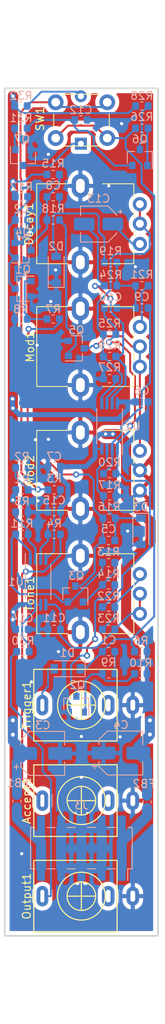
<source format=kicad_pcb>
(kicad_pcb (version 20171130) (host pcbnew "(5.1.5)-3")
  (layers (0 F.Cu signal) (31 B.Cu signal) (34 B.Paste user) (35 F.Paste user) (36 B.SilkS user) (37 F.SilkS user) (38 B.Mask user) (39 F.Mask user) (44 Edge.Cuts user))
  (net 0 "")
  (net 1 "Net-(C1-Pad1)")
  (net 2 "Net-(C2-Pad1)")
  (net 3 +12V)
  (net 4 -12V)
  (net 5 "Net-(C5-Pad2)")
  (net 6 "Net-(C5-Pad1)")
  (net 7 "Net-(C8-Pad2)")
  (net 8 "Net-(C8-Pad1)")
  (net 9 "Net-(C9-Pad2)")
  (net 10 "Net-(C10-Pad2)")
  (net 11 "Net-(C10-Pad1)")
  (net 12 "Net-(C11-Pad1)")
  (net 13 "Net-(C12-Pad1)")
  (net 14 "Net-(C13-Pad2)")
  (net 15 "Net-(C13-Pad1)")
  (net 16 "Net-(D1-Pad2)")
  (net 17 "Net-(FB1-Pad2)")
  (net 18 "Net-(FB2-Pad2)")
  (net 19 "Net-(Q1-Pad1)")
  (net 20 "Net-(Q2-Pad3)")
  (net 21 "Net-(Q2-Pad1)")
  (net 22 "Net-(Q3-Pad2)")
  (net 23 "Net-(Q3-Pad1)")
  (net 24 "Net-(Q5-Pad1)")
  (net 25 "Net-(Q6-Pad3)")
  (net 26 "Net-(Q6-Pad1)")
  (net 27 "Net-(Q7-Pad1)")
  (net 28 "Net-(R3-Pad1)")
  (net 29 "Net-(R11-Pad2)")
  (net 30 "Net-(R22-Pad2)")
  (net 31 "Net-(R27-Pad1)")
  (net 32 "Net-(R30-Pad2)")
  (net 33 "Net-(Accent1-PadT)")
  (net 34 "Net-(Accent1-PadTN)")
  (net 35 "Net-(Decay1-Pad1)")
  (net 36 "Net-(Output1-PadT)")
  (net 37 "Net-(Output1-PadTN)")
  (net 38 "Net-(Trigger1-PadTN)")
  (net 39 "Net-(Mod1-Pad2)")
  (net 40 "Net-(Mod1-Pad1)")
  (net 41 Pulse)
  (net 42 "Net-(Q7-Pad3)")
  (net 43 5V)
  (net 44 "Net-(R32-Pad2)")
  (net 45 GND)
  (module Resistor_SMD:R_0603_1608Metric (layer B.Cu) (at 130.429 121.92 180)
    (fp_text reference R9 (at 0 1.43) (layer B.SilkS) (effects (justify mirror)))
    (fp_text value 22k)
    (pad 2 smd roundrect (at 0.7875 0 180) (size 0.875 0.95) (layers B.Cu B.Paste B.Mask) (net 21 "Net-(Q2-Pad1)"))
    (pad 1 smd roundrect (at -0.7875 0 180) (size 0.875 0.95) (layers B.Cu B.Paste B.Mask) (net 1 "Net-(C1-Pad1)"))
  )
  (module Package_SO:TSSOP-8_4.4x3mm_P0.65mm (layer B.Cu) (at 130.556 90.805 90)
    (fp_text reference U2 (at 0 2.921 180) (layer B.SilkS) (effects (justify mirror)))
    (fp_text value TL072)
    (pad 8 smd roundrect (at 2.8625 0.975 90) (size 1.475 0.4) (layers B.Cu B.Paste B.Mask) (net 3 +12V))
    (pad 7 smd roundrect (at 2.8625 0.325 90) (size 1.475 0.4) (layers B.Cu B.Paste B.Mask) (net 14 "Net-(C13-Pad2)"))
    (pad 6 smd roundrect (at 2.8625 -0.325 90) (size 1.475 0.4) (layers B.Cu B.Paste B.Mask) (net 35 "Net-(Decay1-Pad1)"))
    (pad 5 smd roundrect (at 2.8625 -0.975 90) (size 1.475 0.4) (layers B.Cu B.Paste B.Mask) (net 31 "Net-(R27-Pad1)"))
    (pad 4 smd roundrect (at -2.8625 -0.975 90) (size 1.475 0.4) (layers B.Cu B.Paste B.Mask) (net 4 -12V))
    (pad 3 smd roundrect (at -2.8625 -0.325 90) (size 1.475 0.4) (layers B.Cu B.Paste B.Mask) (net 6 "Net-(C5-Pad1)"))
    (pad 2 smd roundrect (at -2.8625 0.325 90) (size 1.475 0.4) (layers B.Cu B.Paste B.Mask) (net 9 "Net-(C9-Pad2)"))
    (pad 1 smd roundrect (at -2.8625 0.975 90) (size 1.475 0.4) (layers B.Cu B.Paste B.Mask) (net 11 "Net-(C10-Pad1)"))
  )
  (module Package_SO:TSSOP-8_4.4x3mm_P0.65mm (layer B.Cu) (at 121.539 110.363 270)
    (fp_text reference U1 (at 0 2.794 180) (layer B.SilkS) (effects (justify mirror)))
    (fp_text value TL072)
    (pad 8 smd roundrect (at 2.8625 0.975 270) (size 1.475 0.4) (layers B.Cu B.Paste B.Mask) (net 3 +12V))
    (pad 7 smd roundrect (at 2.8625 0.325 270) (size 1.475 0.4) (layers B.Cu B.Paste B.Mask) (net 32 "Net-(R30-Pad2)"))
    (pad 6 smd roundrect (at 2.8625 -0.325 270) (size 1.475 0.4) (layers B.Cu B.Paste B.Mask) (net 32 "Net-(R30-Pad2)"))
    (pad 5 smd roundrect (at 2.8625 -0.975 270) (size 1.475 0.4) (layers B.Cu B.Paste B.Mask) (net 12 "Net-(C11-Pad1)"))
    (pad 4 smd roundrect (at -2.8625 -0.975 270) (size 1.475 0.4) (layers B.Cu B.Paste B.Mask) (net 4 -12V))
    (pad 3 smd roundrect (at -2.8625 -0.325 270) (size 1.475 0.4) (layers B.Cu B.Paste B.Mask) (net 28 "Net-(R3-Pad1)"))
    (pad 2 smd roundrect (at -2.8625 0.325 270) (size 1.475 0.4) (layers B.Cu B.Paste B.Mask) (net 29 "Net-(R11-Pad2)"))
    (pad 1 smd roundrect (at -2.8625 0.975 270) (size 1.475 0.4) (layers B.Cu B.Paste B.Mask) (net 22 "Net-(Q3-Pad2)"))
  )
  (module Capacitor_SMD:C_0603_1608Metric (layer B.Cu) (at 123.571 101.5492 180)
    (fp_text reference C15 (at 0 1.43) (layer B.SilkS) (effects (justify mirror)))
    (fp_text value 100n)
    (pad 2 smd roundrect (at 0.7875 0 180) (size 0.875 0.95) (layers B.Cu B.Paste B.Mask) (net 45 GND))
    (pad 1 smd roundrect (at -0.7875 0 180) (size 0.875 0.95) (layers B.Cu B.Paste B.Mask) (net 4 -12V))
  )
  (module Capacitor_SMD:C_0603_1608Metric (layer B.Cu) (at 119.507 116.332 180)
    (fp_text reference C14 (at 0 1.43) (layer B.SilkS) (effects (justify mirror)))
    (fp_text value 100n)
    (pad 2 smd roundrect (at 0.7875 0 180) (size 0.875 0.95) (layers B.Cu B.Paste B.Mask) (net 3 +12V))
    (pad 1 smd roundrect (at -0.7875 0 180) (size 0.875 0.95) (layers B.Cu B.Paste B.Mask) (net 45 GND))
  )
  (module Connector_PinHeader_2.54mm:PinHeader_2x05_P2.54mm_Vertical_SMD (layer B.Cu) (at 127 143.828 90)
    (fp_text reference J3 (at 5.398 0 180) (layer B.SilkS) (effects (justify mirror)))
    (fp_text value Conn_02x05_Odd_Even)
    (pad 10 smd rect (at 2.525 -5.08 90) (size 3.15 1) (layers B.Cu B.Paste B.Mask) (net 17 "Net-(FB1-Pad2)"))
    (pad 9 smd rect (at -2.525 -5.08 90) (size 3.15 1) (layers B.Cu B.Paste B.Mask) (net 17 "Net-(FB1-Pad2)"))
    (pad 8 smd rect (at 2.525 -2.54 90) (size 3.15 1) (layers B.Cu B.Paste B.Mask) (net 45 GND))
    (pad 7 smd rect (at -2.525 -2.54 90) (size 3.15 1) (layers B.Cu B.Paste B.Mask) (net 45 GND))
    (pad 6 smd rect (at 2.525 0 90) (size 3.15 1) (layers B.Cu B.Paste B.Mask) (net 45 GND))
    (pad 5 smd rect (at -2.525 0 90) (size 3.15 1) (layers B.Cu B.Paste B.Mask) (net 45 GND))
    (pad 4 smd rect (at 2.525 2.54 90) (size 3.15 1) (layers B.Cu B.Paste B.Mask) (net 45 GND))
    (pad 3 smd rect (at -2.525 2.54 90) (size 3.15 1) (layers B.Cu B.Paste B.Mask) (net 45 GND))
    (pad 2 smd rect (at 2.525 5.08 90) (size 3.15 1) (layers B.Cu B.Paste B.Mask) (net 18 "Net-(FB2-Pad2)"))
    (pad 1 smd rect (at -2.525 5.08 90) (size 3.15 1) (layers B.Cu B.Paste B.Mask) (net 18 "Net-(FB2-Pad2)"))
  )
  (module Local:PJ398SM (layer F.Cu) (at 127 125.857 90)
    (fp_text reference Trigger1 (at 0 -6.9 90) (layer F.SilkS))
    (fp_text value AudioJack2_SwitchT)
    (pad T thru_hole oval (at 0 -4.92 90) (size 2.6 1.5) (drill oval 1.6 0.5) (layers *.Cu *.Mask) (net 16 "Net-(D1-Pad2)"))
    (pad S thru_hole oval (at 0 6.48 90) (size 2.4 1.6) (drill oval 1.4 0.6) (layers *.Cu *.Mask) (net 45 GND))
    (pad TN thru_hole oval (at 0 3.38 90) (size 2.6 1.6) (drill oval 1.6 0.6) (layers *.Cu *.Mask) (net 38 "Net-(Trigger1-PadTN)"))
  )
  (module Local:AlpsRK09K (layer F.Cu) (at 126.873 111.887 90)
    (fp_text reference Tone1 (at 0 -6.35 270) (layer F.SilkS))
    (fp_text value 100k)
    (pad "" thru_hole oval (at 4.8 0 90) (size 3 2.2) (drill oval 1.8 1.1) (layers *.Cu *.Mask) (net 45 GND))
    (pad 3 thru_hole circle (at -2.5 7.50001 180) (size 1.8 1.8) (drill 1) (layers *.Cu *.Mask) (net 12 "Net-(C11-Pad1)"))
    (pad 2 thru_hole circle (at 0.04 7.50001 180) (size 1.8 1.8) (drill 1) (layers *.Cu *.Mask) (net 12 "Net-(C11-Pad1)"))
    (pad 1 thru_hole circle (at 2.5 7.50001 180) (size 1.8 1.8) (drill 1) (layers *.Cu *.Mask) (net 30 "Net-(R22-Pad2)"))
    (pad "" thru_hole oval (at -4.8 0 90) (size 3 2.2) (drill oval 1.8 1.1) (layers *.Cu *.Mask) (net 45 GND))
  )
  (module Local:SW_PUSH_LED_6mm (layer F.Cu) (at 126.936 52.3875)
    (fp_text reference SW1 (at -5.143 -0.1905 90) (layer F.SilkS))
    (fp_text value SW_Push_LED)
    (pad 4 thru_hole rect (at 0 2.921) (size 1.524 1.524) (drill 0.762) (layers *.Cu *.Mask) (net 42 "Net-(Q7-Pad3)"))
    (pad 3 thru_hole circle (at 0 -3.048) (size 1.524 1.524) (drill 0.762) (layers *.Cu *.Mask) (net 44 "Net-(R32-Pad2)"))
    (pad 1 thru_hole circle (at 3.325 -2.286 90) (size 2 2) (drill 1.1) (layers *.Cu *.Mask) (net 43 5V))
    (pad 2 thru_hole circle (at 3.325 2.214 90) (size 2 2) (drill 1.1) (layers *.Cu *.Mask) (net 41 Pulse))
    (pad 1 thru_hole circle (at -3.175 -2.286 90) (size 2 2) (drill 1.1) (layers *.Cu *.Mask) (net 43 5V))
    (pad 2 thru_hole circle (at -3.175 2.214 90) (size 2 2) (drill 1.1) (layers *.Cu *.Mask) (net 41 Pulse))
  )
  (module Resistor_SMD:R_0603_1608Metric (layer B.Cu) (at 119.38 50.5714)
    (fp_text reference R32 (at 0 -1.2954) (layer B.SilkS) (effects (justify mirror)))
    (fp_text value 1k)
    (pad 2 smd roundrect (at 0.7875 0) (size 0.875 0.95) (layers B.Cu B.Paste B.Mask) (net 44 "Net-(R32-Pad2)"))
    (pad 1 smd roundrect (at -0.7875 0) (size 0.875 0.95) (layers B.Cu B.Paste B.Mask) (net 3 +12V))
  )
  (module Resistor_SMD:R_0603_1608Metric (layer B.Cu) (at 119.38 53.3654)
    (fp_text reference R31 (at 0 -1.2954) (layer B.SilkS) (effects (justify mirror)))
    (fp_text value 47k)
    (pad 2 smd roundrect (at 0.7875 0) (size 0.875 0.95) (layers B.Cu B.Paste B.Mask) (net 13 "Net-(C12-Pad1)"))
    (pad 1 smd roundrect (at -0.7875 0) (size 0.875 0.95) (layers B.Cu B.Paste B.Mask) (net 27 "Net-(Q7-Pad1)"))
  )
  (module Resistor_SMD:R_0603_1608Metric (layer B.Cu) (at 119.634 119.126)
    (fp_text reference R30 (at 0 -1.364) (layer B.SilkS) (effects (justify mirror)))
    (fp_text value 680)
    (pad 2 smd roundrect (at 0.7875 0) (size 0.875 0.95) (layers B.Cu B.Paste B.Mask) (net 32 "Net-(R30-Pad2)"))
    (pad 1 smd roundrect (at -0.7875 0) (size 0.875 0.95) (layers B.Cu B.Paste B.Mask) (net 36 "Net-(Output1-PadT)"))
  )
  (module Resistor_SMD:R_0603_1608Metric (layer B.Cu) (at 130.556 82.042 180)
    (fp_text reference R29 (at 0 1.43) (layer B.SilkS) (effects (justify mirror)))
    (fp_text value 10k)
    (pad 2 smd roundrect (at 0.7875 0 180) (size 0.875 0.95) (layers B.Cu B.Paste B.Mask) (net 35 "Net-(Decay1-Pad1)"))
    (pad 1 smd roundrect (at -0.7875 0 180) (size 0.875 0.95) (layers B.Cu B.Paste B.Mask) (net 14 "Net-(C13-Pad2)"))
  )
  (module Resistor_SMD:R_0603_1608Metric (layer B.Cu) (at 134.62 50.5714)
    (fp_text reference R28 (at 0 -1.2954) (layer B.SilkS) (effects (justify mirror)))
    (fp_text value 1k)
    (pad 2 smd roundrect (at 0.7875 0) (size 0.875 0.95) (layers B.Cu B.Paste B.Mask) (net 25 "Net-(Q6-Pad3)"))
    (pad 1 smd roundrect (at -0.7875 0) (size 0.875 0.95) (layers B.Cu B.Paste B.Mask) (net 3 +12V))
  )
  (module Resistor_SMD:R_0603_1608Metric (layer B.Cu) (at 130.556 84.836 180)
    (fp_text reference R27 (at 0 1.43) (layer B.SilkS) (effects (justify mirror)))
    (fp_text value 4k7)
    (pad 2 smd roundrect (at 0.7875 0 180) (size 0.875 0.95) (layers B.Cu B.Paste B.Mask) (net 45 GND))
    (pad 1 smd roundrect (at -0.7875 0 180) (size 0.875 0.95) (layers B.Cu B.Paste B.Mask) (net 31 "Net-(R27-Pad1)"))
  )
  (module Resistor_SMD:R_0603_1608Metric (layer B.Cu) (at 134.62 53.3654 180)
    (fp_text reference R26 (at 0 1.43) (layer B.SilkS) (effects (justify mirror)))
    (fp_text value 100k)
    (pad 2 smd roundrect (at 0.7875 0 180) (size 0.875 0.95) (layers B.Cu B.Paste B.Mask) (net 41 Pulse))
    (pad 1 smd roundrect (at -0.7875 0 180) (size 0.875 0.95) (layers B.Cu B.Paste B.Mask) (net 26 "Net-(Q6-Pad1)"))
  )
  (module Resistor_SMD:R_0603_1608Metric (layer B.Cu) (at 130.556 79.248)
    (fp_text reference R25 (at 0 -1.364) (layer B.SilkS) (effects (justify mirror)))
    (fp_text value 10k)
    (pad 2 smd roundrect (at 0.7875 0) (size 0.875 0.95) (layers B.Cu B.Paste B.Mask) (net 11 "Net-(C10-Pad1)"))
    (pad 1 smd roundrect (at -0.7875 0) (size 0.875 0.95) (layers B.Cu B.Paste B.Mask) (net 35 "Net-(Decay1-Pad1)"))
  )
  (module Resistor_SMD:R_0603_1608Metric (layer B.Cu) (at 130.683 73.152)
    (fp_text reference R24 (at 0 -1.364) (layer B.SilkS) (effects (justify mirror)))
    (fp_text value 470k)
    (pad 2 smd roundrect (at 0.7875 0) (size 0.875 0.95) (layers B.Cu B.Paste B.Mask) (net 10 "Net-(C10-Pad2)"))
    (pad 1 smd roundrect (at -0.7875 0) (size 0.875 0.95) (layers B.Cu B.Paste B.Mask) (net 14 "Net-(C13-Pad2)"))
  )
  (module Resistor_SMD:R_0603_1608Metric (layer B.Cu) (at 130.429 116.332)
    (fp_text reference R23 (at 0 -1.364) (layer B.SilkS) (effects (justify mirror)))
    (fp_text value 100k)
    (pad 2 smd roundrect (at 0.7875 0) (size 0.875 0.95) (layers B.Cu B.Paste B.Mask) (net 12 "Net-(C11-Pad1)"))
    (pad 1 smd roundrect (at -0.7875 0) (size 0.875 0.95) (layers B.Cu B.Paste B.Mask) (net 30 "Net-(R22-Pad2)"))
  )
  (module Resistor_SMD:R_0603_1608Metric (layer B.Cu) (at 130.429 113.538)
    (fp_text reference R22 (at 0 -1.364) (layer B.SilkS) (effects (justify mirror)))
    (fp_text value 220)
    (pad 2 smd roundrect (at 0.7875 0) (size 0.875 0.95) (layers B.Cu B.Paste B.Mask) (net 30 "Net-(R22-Pad2)"))
    (pad 1 smd roundrect (at -0.7875 0) (size 0.875 0.95) (layers B.Cu B.Paste B.Mask) (net 11 "Net-(C10-Pad1)"))
  )
  (module Resistor_SMD:R_0603_1608Metric (layer B.Cu) (at 134.62 73.152)
    (fp_text reference R21 (at 0 -1.397) (layer B.SilkS) (effects (justify mirror)))
    (fp_text value 1k)
    (pad 2 smd roundrect (at 0.7875 0) (size 0.875 0.95) (layers B.Cu B.Paste B.Mask) (net 40 "Net-(Mod1-Pad1)"))
    (pad 1 smd roundrect (at -0.7875 0) (size 0.875 0.95) (layers B.Cu B.Paste B.Mask) (net 10 "Net-(C10-Pad2)"))
  )
  (module Resistor_SMD:R_0603_1608Metric (layer B.Cu) (at 130.556 96.774 180)
    (fp_text reference R20 (at 0 1.43) (layer B.SilkS) (effects (justify mirror)))
    (fp_text value 1M)
    (pad 2 smd roundrect (at 0.7875 0 180) (size 0.875 0.95) (layers B.Cu B.Paste B.Mask) (net 9 "Net-(C9-Pad2)"))
    (pad 1 smd roundrect (at -0.7875 0 180) (size 0.875 0.95) (layers B.Cu B.Paste B.Mask) (net 11 "Net-(C10-Pad1)"))
  )
  (module Resistor_SMD:R_0603_1608Metric (layer B.Cu) (at 130.683 70.231 180)
    (fp_text reference R19 (at 0 1.43) (layer B.SilkS) (effects (justify mirror)))
    (fp_text value 1M)
    (pad 2 smd roundrect (at 0.7875 0 180) (size 0.875 0.95) (layers B.Cu B.Paste B.Mask) (net 8 "Net-(C8-Pad1)"))
    (pad 1 smd roundrect (at -0.7875 0 180) (size 0.875 0.95) (layers B.Cu B.Paste B.Mask) (net 10 "Net-(C10-Pad2)"))
  )
  (module Resistor_SMD:R_0603_1608Metric (layer B.Cu) (at 123.444 64.897 180)
    (fp_text reference R18 (at 0 1.43) (layer B.SilkS) (effects (justify mirror)))
    (fp_text value 100k)
    (pad 2 smd roundrect (at 0.7875 0 180) (size 0.875 0.95) (layers B.Cu B.Paste B.Mask) (net 7 "Net-(C8-Pad2)"))
    (pad 1 smd roundrect (at -0.7875 0 180) (size 0.875 0.95) (layers B.Cu B.Paste B.Mask) (net 24 "Net-(Q5-Pad1)"))
  )
  (module Resistor_SMD:R_0603_1608Metric (layer B.Cu) (at 130.556 99.568)
    (fp_text reference R17 (at 0 -1.364) (layer B.SilkS) (effects (justify mirror)))
    (fp_text value 4k7)
    (pad 2 smd roundrect (at 0.7875 0) (size 0.875 0.95) (layers B.Cu B.Paste B.Mask) (net 45 GND))
    (pad 1 smd roundrect (at -0.7875 0) (size 0.875 0.95) (layers B.Cu B.Paste B.Mask) (net 6 "Net-(C5-Pad1)"))
  )
  (module Resistor_SMD:R_0603_1608Metric (layer B.Cu) (at 130.492 102.362 180)
    (fp_text reference R16 (at 0 1.43) (layer B.SilkS) (effects (justify mirror)))
    (fp_text value 100k)
    (pad 2 smd roundrect (at 0.7875 0 180) (size 0.875 0.95) (layers B.Cu B.Paste B.Mask) (net 5 "Net-(C5-Pad2)"))
    (pad 1 smd roundrect (at -0.7875 0 180) (size 0.875 0.95) (layers B.Cu B.Paste B.Mask) (net 6 "Net-(C5-Pad1)"))
  )
  (module Resistor_SMD:R_0603_1608Metric (layer B.Cu) (at 123.444 59.182)
    (fp_text reference R15 (at 0 -1.397) (layer B.SilkS) (effects (justify mirror)))
    (fp_text value 22k)
    (pad 2 smd roundrect (at 0.7875 0) (size 0.875 0.95) (layers B.Cu B.Paste B.Mask) (net 7 "Net-(C8-Pad2)"))
    (pad 1 smd roundrect (at -0.7875 0) (size 0.875 0.95) (layers B.Cu B.Paste B.Mask) (net 3 +12V))
  )
  (module Resistor_SMD:R_0603_1608Metric (layer B.Cu) (at 130.429 110.744)
    (fp_text reference R14 (at 0 -1.364) (layer B.SilkS) (effects (justify mirror)))
    (fp_text value 10k)
    (pad 2 smd roundrect (at 0.7875 0) (size 0.875 0.95) (layers B.Cu B.Paste B.Mask) (net 20 "Net-(Q2-Pad3)"))
    (pad 1 smd roundrect (at -0.7875 0) (size 0.875 0.95) (layers B.Cu B.Paste B.Mask) (net 23 "Net-(Q3-Pad1)"))
  )
  (module Resistor_SMD:R_0603_1608Metric (layer B.Cu) (at 130.429 107.95)
    (fp_text reference R13 (at 0 -1.364) (layer B.SilkS) (effects (justify mirror)))
    (fp_text value 4k7)
    (pad 2 smd roundrect (at 0.7875 0) (size 0.875 0.95) (layers B.Cu B.Paste B.Mask) (net 23 "Net-(Q3-Pad1)"))
    (pad 1 smd roundrect (at -0.7875 0) (size 0.875 0.95) (layers B.Cu B.Paste B.Mask) (net 22 "Net-(Q3-Pad2)"))
  )
  (module Resistor_SMD:R_0603_1608Metric (layer B.Cu) (at 119.444 61.976)
    (fp_text reference R12 (at 0 -1.27) (layer B.SilkS) (effects (justify mirror)))
    (fp_text value 1M)
    (pad 2 smd roundrect (at 0.7875 0) (size 0.875 0.95) (layers B.Cu B.Paste B.Mask) (net 2 "Net-(C2-Pad1)"))
    (pad 1 smd roundrect (at -0.7875 0) (size 0.875 0.95) (layers B.Cu B.Paste B.Mask) (net 3 +12V))
  )
  (module Resistor_SMD:R_0603_1608Metric (layer B.Cu) (at 119.507 104.394)
    (fp_text reference R11 (at 0 -1.364) (layer B.SilkS) (effects (justify mirror)))
    (fp_text value 100k)
    (pad 2 smd roundrect (at 0.7875 0) (size 0.875 0.95) (layers B.Cu B.Paste B.Mask) (net 29 "Net-(R11-Pad2)"))
    (pad 1 smd roundrect (at -0.7875 0) (size 0.875 0.95) (layers B.Cu B.Paste B.Mask) (net 22 "Net-(Q3-Pad2)"))
  )
  (module Resistor_SMD:R_0603_1608Metric (layer B.Cu) (at 134.493 121.92)
    (fp_text reference R10 (at 0 -1.364) (layer B.SilkS) (effects (justify mirror)))
    (fp_text value 10k)
    (pad 2 smd roundrect (at 0.7875 0) (size 0.875 0.95) (layers B.Cu B.Paste B.Mask) (net 45 GND))
    (pad 1 smd roundrect (at -0.7875 0) (size 0.875 0.95) (layers B.Cu B.Paste B.Mask) (net 21 "Net-(Q2-Pad1)"))
  )
  (module Resistor_SMD:R_0603_1608Metric (layer B.Cu) (at 119.38 77.343)
    (fp_text reference R8 (at 0 -1.237) (layer B.SilkS) (effects (justify mirror)))
    (fp_text value 2k7)
    (pad 2 smd roundrect (at 0.7875 0) (size 0.875 0.95) (layers B.Cu B.Paste B.Mask) (net 19 "Net-(Q1-Pad1)"))
    (pad 1 smd roundrect (at -0.7875 0) (size 0.875 0.95) (layers B.Cu B.Paste B.Mask) (net 45 GND))
  )
  (module Resistor_SMD:R_0603_1608Metric (layer B.Cu) (at 123.444 77.343)
    (fp_text reference R7 (at 0 -1.237) (layer B.SilkS) (effects (justify mirror)))
    (fp_text value 8k2)
    (pad 2 smd roundrect (at 0.7875 0) (size 0.875 0.95) (layers B.Cu B.Paste B.Mask) (net 5 "Net-(C5-Pad2)"))
    (pad 1 smd roundrect (at -0.7875 0) (size 0.875 0.95) (layers B.Cu B.Paste B.Mask) (net 19 "Net-(Q1-Pad1)"))
  )
  (module Resistor_SMD:R_0603_1608Metric (layer B.Cu) (at 134.493 119.126)
    (fp_text reference R6 (at 0 -1.364) (layer B.SilkS) (effects (justify mirror)))
    (fp_text value 100k)
    (pad 2 smd roundrect (at 0.7875 0) (size 0.875 0.95) (layers B.Cu B.Paste B.Mask) (net 45 GND))
    (pad 1 smd roundrect (at -0.7875 0) (size 0.875 0.95) (layers B.Cu B.Paste B.Mask) (net 41 Pulse))
  )
  (module Resistor_SMD:R_0603_1608Metric (layer B.Cu) (at 119.507 101.6)
    (fp_text reference R5 (at 0 -1.364) (layer B.SilkS) (effects (justify mirror)))
    (fp_text value 100k)
    (pad 2 smd roundrect (at 0.7875 0) (size 0.875 0.95) (layers B.Cu B.Paste B.Mask) (net 45 GND))
    (pad 1 smd roundrect (at -0.7875 0) (size 0.875 0.95) (layers B.Cu B.Paste B.Mask) (net 29 "Net-(R11-Pad2)"))
  )
  (module Resistor_SMD:R_0603_1608Metric (layer B.Cu) (at 123.571 104.394)
    (fp_text reference R4 (at 0 -1.364) (layer B.SilkS) (effects (justify mirror)))
    (fp_text value 47k)
    (pad 2 smd roundrect (at 0.7875 0) (size 0.875 0.95) (layers B.Cu B.Paste B.Mask) (net 33 "Net-(Accent1-PadT)"))
    (pad 1 smd roundrect (at -0.7875 0) (size 0.875 0.95) (layers B.Cu B.Paste B.Mask) (net 28 "Net-(R3-Pad1)"))
  )
  (module Resistor_SMD:R_0603_1608Metric (layer B.Cu) (at 123.571 98.806 180)
    (fp_text reference R3 (at 0 1.43) (layer B.SilkS) (effects (justify mirror)))
    (fp_text value 200k)
    (pad 2 smd roundrect (at 0.7875 0 180) (size 0.875 0.95) (layers B.Cu B.Paste B.Mask) (net 43 5V))
    (pad 1 smd roundrect (at -0.7875 0 180) (size 0.875 0.95) (layers B.Cu B.Paste B.Mask) (net 28 "Net-(R3-Pad1)"))
  )
  (module Resistor_SMD:R_0603_1608Metric (layer B.Cu) (at 119.507 96.012)
    (fp_text reference R2 (at 0 -1.364) (layer B.SilkS) (effects (justify mirror)))
    (fp_text value 1k5)
    (pad 2 smd roundrect (at 0.7875 0) (size 0.875 0.95) (layers B.Cu B.Paste B.Mask) (net 45 GND))
    (pad 1 smd roundrect (at -0.7875 0) (size 0.875 0.95) (layers B.Cu B.Paste B.Mask) (net 43 5V))
  )
  (module Resistor_SMD:R_0603_1608Metric (layer B.Cu) (at 119.507 98.806)
    (fp_text reference R1 (at 0 -1.364) (layer B.SilkS) (effects (justify mirror)))
    (fp_text value 2k2)
    (pad 2 smd roundrect (at 0.7875 0) (size 0.875 0.95) (layers B.Cu B.Paste B.Mask) (net 43 5V))
    (pad 1 smd roundrect (at -0.7875 0) (size 0.875 0.95) (layers B.Cu B.Paste B.Mask) (net 3 +12V))
  )
  (module Package_TO_SOT_SMD:SOT-23 (layer B.Cu) (at 119.634 57.0484 270)
    (fp_text reference Q7 (at -2.3114 0.127 180) (layer B.SilkS) (effects (justify mirror)))
    (fp_text value BC847)
    (pad 3 smd rect (at 1 0 270) (size 0.9 0.8) (layers B.Cu B.Paste B.Mask) (net 42 "Net-(Q7-Pad3)"))
    (pad 2 smd rect (at -1 -0.95 270) (size 0.9 0.8) (layers B.Cu B.Paste B.Mask) (net 45 GND))
    (pad 1 smd rect (at -1 0.95 270) (size 0.9 0.8) (layers B.Cu B.Paste B.Mask) (net 27 "Net-(Q7-Pad1)"))
  )
  (module Package_TO_SOT_SMD:SOT-23 (layer B.Cu) (at 134.366 57.0484 90)
    (fp_text reference Q6 (at 2.3114 0 180) (layer B.SilkS) (effects (justify mirror)))
    (fp_text value BC847)
    (pad 3 smd rect (at 1 0 90) (size 0.9 0.8) (layers B.Cu B.Paste B.Mask) (net 25 "Net-(Q6-Pad3)"))
    (pad 2 smd rect (at -1 -0.95 90) (size 0.9 0.8) (layers B.Cu B.Paste B.Mask) (net 13 "Net-(C12-Pad1)"))
    (pad 1 smd rect (at -1 0.95 90) (size 0.9 0.8) (layers B.Cu B.Paste B.Mask) (net 26 "Net-(Q6-Pad1)"))
  )
  (module Package_TO_SOT_SMD:SOT-23 (layer B.Cu) (at 126.365 81.026)
    (fp_text reference Q5 (at 0 -2.286) (layer B.SilkS) (effects (justify mirror)))
    (fp_text value BC847)
    (pad 3 smd rect (at 1 0) (size 0.9 0.8) (layers B.Cu B.Paste B.Mask) (net 39 "Net-(Mod1-Pad2)"))
    (pad 2 smd rect (at -1 -0.95) (size 0.9 0.8) (layers B.Cu B.Paste B.Mask) (net 45 GND))
    (pad 1 smd rect (at -1 0.95) (size 0.9 0.8) (layers B.Cu B.Paste B.Mask) (net 24 "Net-(Q5-Pad1)"))
  )
  (module Package_TO_SOT_SMD:SOT-23 (layer B.Cu) (at 119.634 68.707)
    (fp_text reference Q4 (at 0 -2.286) (layer B.SilkS) (effects (justify mirror)))
    (fp_text value BC847)
    (pad 3 smd rect (at 1 0) (size 0.9 0.8) (layers B.Cu B.Paste B.Mask) (net 7 "Net-(C8-Pad2)"))
    (pad 2 smd rect (at -1 -0.95) (size 0.9 0.8) (layers B.Cu B.Paste B.Mask) (net 45 GND))
    (pad 1 smd rect (at -1 0.95) (size 0.9 0.8) (layers B.Cu B.Paste B.Mask) (net 2 "Net-(C2-Pad1)"))
  )
  (module Package_TO_SOT_SMD:SOT-23 (layer B.Cu) (at 126.238 111.887 90)
    (fp_text reference Q3 (at 2.286 0.127 180) (layer B.SilkS) (effects (justify mirror)))
    (fp_text value BC857)
    (pad 3 smd rect (at 1 0 90) (size 0.9 0.8) (layers B.Cu B.Paste B.Mask) (net 5 "Net-(C5-Pad2)"))
    (pad 2 smd rect (at -1 -0.95 90) (size 0.9 0.8) (layers B.Cu B.Paste B.Mask) (net 22 "Net-(Q3-Pad2)"))
    (pad 1 smd rect (at -1 0.95 90) (size 0.9 0.8) (layers B.Cu B.Paste B.Mask) (net 23 "Net-(Q3-Pad1)"))
  )
  (module Package_TO_SOT_SMD:SOT-23 (layer B.Cu) (at 126.365 125.73 90)
    (fp_text reference Q2 (at 2.413 0.127 180) (layer B.SilkS) (effects (justify mirror)))
    (fp_text value BC847)
    (pad 3 smd rect (at 1 0 90) (size 0.9 0.8) (layers B.Cu B.Paste B.Mask) (net 20 "Net-(Q2-Pad3)"))
    (pad 2 smd rect (at -1 -0.95 90) (size 0.9 0.8) (layers B.Cu B.Paste B.Mask) (net 45 GND))
    (pad 1 smd rect (at -1 0.95 90) (size 0.9 0.8) (layers B.Cu B.Paste B.Mask) (net 21 "Net-(Q2-Pad1)"))
  )
  (module Package_TO_SOT_SMD:SOT-23 (layer B.Cu) (at 119.634 73.533 180)
    (fp_text reference Q1 (at 0 2.413) (layer B.SilkS) (effects (justify mirror)))
    (fp_text value BC847)
    (pad 3 smd rect (at 1 0 180) (size 0.9 0.8) (layers B.Cu B.Paste B.Mask) (net 2 "Net-(C2-Pad1)"))
    (pad 2 smd rect (at -1 -0.95 180) (size 0.9 0.8) (layers B.Cu B.Paste B.Mask) (net 45 GND))
    (pad 1 smd rect (at -1 0.95 180) (size 0.9 0.8) (layers B.Cu B.Paste B.Mask) (net 19 "Net-(Q1-Pad1)"))
  )
  (module Local:PJ398SM (layer F.Cu) (at 127 149.86 90)
    (fp_text reference Output1 (at 0 -6.9 90) (layer F.SilkS))
    (fp_text value AudioJack2_SwitchT)
    (pad T thru_hole oval (at 0 -4.92 90) (size 2.6 1.5) (drill oval 1.6 0.5) (layers *.Cu *.Mask) (net 36 "Net-(Output1-PadT)"))
    (pad S thru_hole oval (at 0 6.48 90) (size 2.4 1.6) (drill oval 1.4 0.6) (layers *.Cu *.Mask) (net 45 GND))
    (pad TN thru_hole oval (at 0 3.38 90) (size 2.6 1.6) (drill oval 1.6 0.6) (layers *.Cu *.Mask) (net 37 "Net-(Output1-PadTN)"))
  )
  (module Local:AlpsRK09K (layer F.Cu) (at 126.873 96.393 90)
    (fp_text reference Mod2 (at 0 -6.35 270) (layer F.SilkS))
    (fp_text value 100k)
    (pad "" thru_hole oval (at 4.8 0 90) (size 3 2.2) (drill oval 1.8 1.1) (layers *.Cu *.Mask) (net 45 GND))
    (pad 3 thru_hole circle (at -2.5 7.50001 180) (size 1.8 1.8) (drill 1) (layers *.Cu *.Mask) (net 45 GND))
    (pad 2 thru_hole circle (at 0.04 7.50001 180) (size 1.8 1.8) (drill 1) (layers *.Cu *.Mask) (net 45 GND))
    (pad 1 thru_hole circle (at 2.5 7.50001 180) (size 1.8 1.8) (drill 1) (layers *.Cu *.Mask) (net 39 "Net-(Mod1-Pad2)"))
    (pad "" thru_hole oval (at -4.8 0 90) (size 3 2.2) (drill oval 1.8 1.1) (layers *.Cu *.Mask) (net 45 GND))
  )
  (module Local:AlpsRK09K (layer F.Cu) (at 126.873 80.8355 90)
    (fp_text reference Mod1 (at 0 -6.35 270) (layer F.SilkS))
    (fp_text value 10k)
    (pad "" thru_hole oval (at 4.8 0 90) (size 3 2.2) (drill oval 1.8 1.1) (layers *.Cu *.Mask) (net 45 GND))
    (pad 3 thru_hole circle (at -2.5 7.50001 180) (size 1.8 1.8) (drill 1) (layers *.Cu *.Mask) (net 39 "Net-(Mod1-Pad2)"))
    (pad 2 thru_hole circle (at 0.04 7.50001 180) (size 1.8 1.8) (drill 1) (layers *.Cu *.Mask) (net 39 "Net-(Mod1-Pad2)"))
    (pad 1 thru_hole circle (at 2.5 7.50001 180) (size 1.8 1.8) (drill 1) (layers *.Cu *.Mask) (net 40 "Net-(Mod1-Pad1)"))
    (pad "" thru_hole oval (at -4.8 0 90) (size 3 2.2) (drill oval 1.8 1.1) (layers *.Cu *.Mask) (net 45 GND))
  )
  (module Inductor_SMD:L_0603_1608Metric (layer B.Cu) (at 135.28 138.024 270)
    (fp_text reference FB2 (at -2.286 0.406 180) (layer B.SilkS) (effects (justify mirror)))
    (fp_text value Ferrite_Bead)
    (pad 2 smd roundrect (at 0.7875 0 270) (size 0.875 0.95) (layers B.Cu B.Paste B.Mask) (net 18 "Net-(FB2-Pad2)"))
    (pad 1 smd roundrect (at -0.7875 0 270) (size 0.875 0.95) (layers B.Cu B.Paste B.Mask) (net 4 -12V))
  )
  (module Inductor_SMD:L_0603_1608Metric (layer B.Cu) (at 118.872 137.922 270)
    (fp_text reference FB1 (at -2.286 -0.094 180) (layer B.SilkS) (effects (justify mirror)))
    (fp_text value Ferrite_Bead)
    (pad 2 smd roundrect (at 0.7875 0 270) (size 0.875 0.95) (layers B.Cu B.Paste B.Mask) (net 17 "Net-(FB1-Pad2)"))
    (pad 1 smd roundrect (at -0.7875 0 270) (size 0.875 0.95) (layers B.Cu B.Paste B.Mask) (net 3 +12V))
  )
  (module Local:AlpsRK09K (layer F.Cu) (at 126.873 65.405 90)
    (fp_text reference Decay1 (at 0 -6.477 270) (layer F.SilkS))
    (fp_text value 100k)
    (pad "" thru_hole oval (at 4.8 0 90) (size 3 2.2) (drill oval 1.8 1.1) (layers *.Cu *.Mask) (net 45 GND))
    (pad 3 thru_hole circle (at -2.5 7.50001 180) (size 1.8 1.8) (drill 1) (layers *.Cu *.Mask) (net 15 "Net-(C13-Pad1)"))
    (pad 2 thru_hole circle (at 0.04 7.50001 180) (size 1.8 1.8) (drill 1) (layers *.Cu *.Mask) (net 35 "Net-(Decay1-Pad1)"))
    (pad 1 thru_hole circle (at 2.5 7.50001 180) (size 1.8 1.8) (drill 1) (layers *.Cu *.Mask) (net 35 "Net-(Decay1-Pad1)"))
    (pad "" thru_hole oval (at -4.8 0 90) (size 3 2.2) (drill oval 1.8 1.1) (layers *.Cu *.Mask) (net 45 GND))
  )
  (module Diode_SMD:D_SOD-123 (layer B.Cu) (at 134.493 104.013 270)
    (fp_text reference D3 (at -3.048 0 180) (layer B.SilkS) (effects (justify mirror)))
    (fp_text value 1N4148)
    (pad 2 smd rect (at 1.65 0 270) (size 0.9 1.2) (layers B.Cu B.Paste B.Mask) (net 45 GND))
    (pad 1 smd rect (at -1.65 0 270) (size 0.9 1.2) (layers B.Cu B.Paste B.Mask) (net 6 "Net-(C5-Pad1)"))
  )
  (module Diode_SMD:D_SOD-123 (layer B.Cu) (at 123.825 71.12 90)
    (fp_text reference D2 (at 2.921 0 180) (layer B.SilkS) (effects (justify mirror)))
    (fp_text value 1N4148)
    (pad 2 smd rect (at 1.65 0 90) (size 0.9 1.2) (layers B.Cu B.Paste B.Mask) (net 8 "Net-(C8-Pad1)"))
    (pad 1 smd rect (at -1.65 0 90) (size 0.9 1.2) (layers B.Cu B.Paste B.Mask) (net 45 GND))
  )
  (module Diode_SMD:D_SOD-123 (layer B.Cu) (at 125.222 121.285 180)
    (fp_text reference D1 (at 0 2) (layer B.SilkS) (effects (justify mirror)))
    (fp_text value 1N4148)
    (pad 2 smd rect (at 1.65 0 180) (size 0.9 1.2) (layers B.Cu B.Paste B.Mask) (net 16 "Net-(D1-Pad2)"))
    (pad 1 smd rect (at -1.65 0 180) (size 0.9 1.2) (layers B.Cu B.Paste B.Mask) (net 41 Pulse))
  )
  (module Capacitor_SMD:CP_Elec_4x5.8 (layer B.Cu) (at 129.159 65.405 180)
    (fp_text reference C13 (at 0 3.2) (layer B.SilkS) (effects (justify mirror)))
    (fp_text value 10u)
    (pad 2 smd roundrect (at 1.8 0 180) (size 2.6 1.6) (layers B.Cu B.Paste B.Mask) (roundrect_rratio 0.15625) (net 14 "Net-(C13-Pad2)"))
    (pad 1 smd roundrect (at -1.8 0 180) (size 2.6 1.6) (layers B.Cu B.Paste B.Mask) (roundrect_rratio 0.15625) (net 15 "Net-(C13-Pad1)"))
  )
  (module Capacitor_SMD:C_0603_1608Metric (layer B.Cu) (at 126.936 52.324)
    (fp_text reference C12 (at 0 -1.27) (layer B.SilkS) (effects (justify mirror)))
    (fp_text value 1u)
    (pad 2 smd roundrect (at 0.7875 0) (size 0.875 0.95) (layers B.Cu B.Paste B.Mask) (net 45 GND))
    (pad 1 smd roundrect (at -0.7875 0) (size 0.875 0.95) (layers B.Cu B.Paste B.Mask) (net 13 "Net-(C12-Pad1)"))
  )
  (module Capacitor_SMD:C_0603_1608Metric (layer B.Cu) (at 123.571 116.332 180)
    (fp_text reference C11 (at 0 1.43) (layer B.SilkS) (effects (justify mirror)))
    (fp_text value 22n)
    (pad 2 smd roundrect (at 0.7875 0 180) (size 0.875 0.95) (layers B.Cu B.Paste B.Mask) (net 45 GND))
    (pad 1 smd roundrect (at -0.7875 0 180) (size 0.875 0.95) (layers B.Cu B.Paste B.Mask) (net 12 "Net-(C11-Pad1)"))
  )
  (module Capacitor_SMD:C_0603_1608Metric (layer B.Cu) (at 130.683 75.946)
    (fp_text reference C10 (at 0 -1.364) (layer B.SilkS) (effects (justify mirror)))
    (fp_text value 15n)
    (pad 2 smd roundrect (at 0.7875 0) (size 0.875 0.95) (layers B.Cu B.Paste B.Mask) (net 10 "Net-(C10-Pad2)"))
    (pad 1 smd roundrect (at -0.7875 0) (size 0.875 0.95) (layers B.Cu B.Paste B.Mask) (net 11 "Net-(C10-Pad1)"))
  )
  (module Capacitor_SMD:C_0603_1608Metric (layer B.Cu) (at 134.62 75.946)
    (fp_text reference C9 (at 0 -1.397) (layer B.SilkS) (effects (justify mirror)))
    (fp_text value 15n)
    (pad 2 smd roundrect (at 0.7875 0) (size 0.875 0.95) (layers B.Cu B.Paste B.Mask) (net 9 "Net-(C9-Pad2)"))
    (pad 1 smd roundrect (at -0.7875 0) (size 0.875 0.95) (layers B.Cu B.Paste B.Mask) (net 10 "Net-(C10-Pad2)"))
  )
  (module Capacitor_SMD:C_0603_1608Metric (layer B.Cu) (at 123.444 61.976 180)
    (fp_text reference C8 (at 0 1.43) (layer B.SilkS) (effects (justify mirror)))
    (fp_text value 33n)
    (pad 2 smd roundrect (at 0.7875 0 180) (size 0.875 0.95) (layers B.Cu B.Paste B.Mask) (net 7 "Net-(C8-Pad2)"))
    (pad 1 smd roundrect (at -0.7875 0 180) (size 0.875 0.95) (layers B.Cu B.Paste B.Mask) (net 8 "Net-(C8-Pad1)"))
  )
  (module Capacitor_SMD:C_0603_1608Metric (layer B.Cu) (at 123.571 95.885 180)
    (fp_text reference C7 (at 0 1.27) (layer B.SilkS) (effects (justify mirror)))
    (fp_text value 100n)
    (pad 2 smd roundrect (at 0.7875 0 180) (size 0.875 0.95) (layers B.Cu B.Paste B.Mask) (net 45 GND))
    (pad 1 smd roundrect (at -0.7875 0 180) (size 0.875 0.95) (layers B.Cu B.Paste B.Mask) (net 4 -12V))
  )
  (module Capacitor_SMD:C_0603_1608Metric (layer B.Cu) (at 134.62 87.757 180)
    (fp_text reference C6 (at 0 1.43) (layer B.SilkS) (effects (justify mirror)))
    (fp_text value 100n)
    (pad 2 smd roundrect (at 0.7875 0 180) (size 0.875 0.95) (layers B.Cu B.Paste B.Mask) (net 3 +12V))
    (pad 1 smd roundrect (at -0.7875 0 180) (size 0.875 0.95) (layers B.Cu B.Paste B.Mask) (net 45 GND))
  )
  (module Capacitor_SMD:C_0603_1608Metric (layer B.Cu) (at 130.429 105.156 180)
    (fp_text reference C5 (at 0 1.43) (layer B.SilkS) (effects (justify mirror)))
    (fp_text value 15n)
    (pad 2 smd roundrect (at 0.7875 0 180) (size 0.875 0.95) (layers B.Cu B.Paste B.Mask) (net 5 "Net-(C5-Pad2)"))
    (pad 1 smd roundrect (at -0.7875 0 180) (size 0.875 0.95) (layers B.Cu B.Paste B.Mask) (net 6 "Net-(C5-Pad1)"))
  )
  (module Capacitor_SMD:CP_Elec_5x5.4 (layer B.Cu) (at 131.978 131.877)
    (fp_text reference C4 (at 0 -3.539) (layer B.SilkS) (effects (justify mirror)))
    (fp_text value 22u)
    (pad 2 smd roundrect (at 2.2 0) (size 3 1.6) (layers B.Cu B.Paste B.Mask) (roundrect_rratio 0.15625) (net 4 -12V))
    (pad 1 smd roundrect (at -2.2 0) (size 3 1.6) (layers B.Cu B.Paste B.Mask) (roundrect_rratio 0.15625) (net 45 GND))
  )
  (module Capacitor_SMD:CP_Elec_5x5.4 (layer B.Cu) (at 122.123 131.928)
    (fp_text reference C3 (at 0 -3.539) (layer B.SilkS) (effects (justify mirror)))
    (fp_text value 22u)
    (pad 2 smd roundrect (at 2.2 0) (size 3 1.6) (layers B.Cu B.Paste B.Mask) (roundrect_rratio 0.15625) (net 45 GND))
    (pad 1 smd roundrect (at -2.2 0) (size 3 1.6) (layers B.Cu B.Paste B.Mask) (roundrect_rratio 0.15625) (net 3 +12V))
  )
  (module Capacitor_SMD:C_0603_1608Metric (layer B.Cu) (at 119.444 64.897)
    (fp_text reference C2 (at 0 -1.397) (layer B.SilkS) (effects (justify mirror)))
    (fp_text value 100n)
    (pad 2 smd roundrect (at 0.7875 0) (size 0.875 0.95) (layers B.Cu B.Paste B.Mask) (net 45 GND))
    (pad 1 smd roundrect (at -0.7875 0) (size 0.875 0.95) (layers B.Cu B.Paste B.Mask) (net 2 "Net-(C2-Pad1)"))
  )
  (module Capacitor_SMD:C_0603_1608Metric (layer B.Cu) (at 130.429 119.126 180)
    (fp_text reference C1 (at 0 1.43) (layer B.SilkS) (effects (justify mirror)))
    (fp_text value 100n)
    (pad 2 smd roundrect (at 0.7875 0 180) (size 0.875 0.95) (layers B.Cu B.Paste B.Mask) (net 41 Pulse))
    (pad 1 smd roundrect (at -0.7875 0 180) (size 0.875 0.95) (layers B.Cu B.Paste B.Mask) (net 1 "Net-(C1-Pad1)"))
  )
  (module Local:PJ398SM (layer F.Cu) (at 127 137.858 90)
    (fp_text reference Accent1 (at 0 -6.9 90) (layer F.SilkS))
    (fp_text value AudioJack2_SwitchT)
    (pad T thru_hole oval (at 0 -4.92 90) (size 2.6 1.5) (drill oval 1.6 0.5) (layers *.Cu *.Mask) (net 33 "Net-(Accent1-PadT)"))
    (pad S thru_hole oval (at 0 6.48 90) (size 2.4 1.6) (drill oval 1.4 0.6) (layers *.Cu *.Mask) (net 45 GND))
    (pad TN thru_hole oval (at 0 3.38 90) (size 2.6 1.6) (drill oval 1.6 0.6) (layers *.Cu *.Mask) (net 34 "Net-(Accent1-PadTN)"))
  )
  (gr_line (start 136.66 154.85) (end 117.34 154.85) (layer Edge.Cuts) (width 0.2))
  (gr_line (start 117.34 154.85) (end 117.34 48.349999) (layer Edge.Cuts) (width 0.2))
  (gr_line (start 136.66 48.349999) (end 136.66 154.85) (layer Edge.Cuts) (width 0.2))
  (gr_line (start 117.34 48.349999) (end 136.66 48.349999) (layer Edge.Cuts) (width 0.2))
  (segment (start 131.2165 119.126) (end 131.2165 121.92) (width 0.25) (layer B.Cu) (net 1))
  (segment (start 118.6565 64.1727) (end 118.6565 64.897) (width 0.254) (layer B.Cu) (net 2))
  (segment (start 120.2315 61.976) (end 120.2315 62.5977) (width 0.254) (layer B.Cu) (net 2))
  (segment (start 120.2315 62.5977) (end 118.6565 64.1727) (width 0.254) (layer B.Cu) (net 2))
  (segment (start 118.6282 69.657) (end 118.634 69.657) (width 0.254) (layer B.Cu) (net 2))
  (segment (start 117.8586 65.6949) (end 118.6565 64.897) (width 0.25) (layer B.Cu) (net 2))
  (segment (start 117.8586 68.5318) (end 117.856 68.1736) (width 0.25) (layer B.Cu) (net 2))
  (segment (start 117.856 68.1736) (end 117.8586 65.6949) (width 0.25) (layer B.Cu) (net 2))
  (segment (start 117.856 68.9864) (end 117.856 68.1736) (width 0.254) (layer B.Cu) (net 2))
  (segment (start 118.634 69.657) (end 118.5266 69.657) (width 0.254) (layer B.Cu) (net 2))
  (segment (start 118.5266 69.657) (end 117.856 68.9864) (width 0.254) (layer B.Cu) (net 2))
  (segment (start 117.9068 70.358) (end 117.9068 72.8058) (width 0.254) (layer B.Cu) (net 2))
  (segment (start 117.9068 72.8058) (end 118.634 73.533) (width 0.254) (layer B.Cu) (net 2))
  (segment (start 118.634 69.657) (end 118.6078 69.657) (width 0.254) (layer B.Cu) (net 2))
  (segment (start 118.6078 69.657) (end 117.9068 70.358) (width 0.254) (layer B.Cu) (net 2))
  (segment (start 120.2945 116.332) (end 120.564 116.0625) (width 0.25) (layer B.Cu) (net 45))
  (segment (start 119.4824 51.4613) (end 118.5925 50.5714) (width 0.25) (layer B.Cu) (net 3))
  (segment (start 133.8325 50.5714) (end 132.9426 51.4613) (width 0.25) (layer B.Cu) (net 3))
  (segment (start 132.9426 51.4613) (end 119.4824 51.4613) (width 0.25) (layer B.Cu) (net 3))
  (segment (start 118.872 137.134) (end 118.872 137.1345) (width 0.25) (layer B.Cu) (net 3))
  (segment (start 118.872 137.134) (end 118.872 132.979) (width 1.27) (layer B.Cu) (net 3))
  (segment (start 118.872 132.979) (end 119.923 131.928) (width 1.27) (layer B.Cu) (net 3))
  (via (at 118.364 129.568) (size 1) (drill 0.5) (layers F.Cu B.Cu) (net 3))
  (segment (start 119.1337 113.2255) (end 120.49649 113.2255) (width 0.635) (layer B.Cu) (net 3))
  (segment (start 118.4148 113.9444) (end 119.1337 113.2255) (width 0.635) (layer B.Cu) (net 3))
  (segment (start 118.7195 116.332) (end 118.4148 116.0273) (width 0.635) (layer B.Cu) (net 3))
  (segment (start 118.4148 116.0273) (end 118.4148 115.062) (width 0.635) (layer B.Cu) (net 3))
  (segment (start 118.4148 115.062) (end 118.4148 114.1476) (width 0.635) (layer B.Cu) (net 3))
  (segment (start 118.4148 114.1476) (end 118.4148 114.1476) (width 0.635) (layer B.Cu) (net 3))
  (via (at 118.364 115.1128) (size 0.8) (drill 0.4) (layers F.Cu B.Cu) (net 3))
  (segment (start 118.4148 114.1476) (end 118.4148 113.9444) (width 0.635) (layer B.Cu) (net 3))
  (via (at 118.4148 114.1476) (size 0.8) (drill 0.4) (layers F.Cu B.Cu) (net 3))
  (segment (start 118.7195 99.281) (end 118.364 99.6365) (width 0.635) (layer B.Cu) (net 3))
  (segment (start 118.7195 98.806) (end 118.7195 99.281) (width 0.635) (layer B.Cu) (net 3))
  (segment (start 118.364 99.6365) (end 118.364 100.076) (width 0.635) (layer B.Cu) (net 3))
  (segment (start 118.364 115.1128) (end 118.364 100.076) (width 1.27) (layer F.Cu) (net 3))
  (via (at 118.364 100.076) (size 0.8) (drill 0.4) (layers F.Cu B.Cu) (net 3))
  (segment (start 118.364 100.076) (end 118.364 60.0456) (width 1.27) (layer F.Cu) (net 3))
  (segment (start 131.78401 87.757) (end 131.59851 87.9425) (width 0.635) (layer B.Cu) (net 3))
  (segment (start 133.0198 87.757) (end 131.78401 87.757) (width 0.635) (layer B.Cu) (net 3))
  (segment (start 133.8325 87.757) (end 133.0198 87.757) (width 0.635) (layer B.Cu) (net 3))
  (segment (start 118.3132 88.4936) (end 118.3132 87.376) (width 0.635) (layer B.Cu) (net 3))
  (segment (start 118.3132 87.376) (end 118.3132 87.3252) (width 0.635) (layer B.Cu) (net 3))
  (via (at 118.3132 87.376) (size 0.8) (drill 0.4) (layers F.Cu B.Cu) (net 3))
  (segment (start 118.364 88.5444) (end 118.3132 88.4936) (width 0.635) (layer B.Cu) (net 3))
  (via (at 118.364 88.5444) (size 0.8) (drill 0.4) (layers F.Cu B.Cu) (net 3))
  (segment (start 119.1768 89.3572) (end 118.364 88.5444) (width 0.635) (layer B.Cu) (net 3))
  (segment (start 127.9144 89.3572) (end 119.1768 89.3572) (width 0.635) (layer B.Cu) (net 3))
  (segment (start 132.842 87.9348) (end 132.842 88.6968) (width 0.635) (layer B.Cu) (net 3))
  (segment (start 133.0198 87.757) (end 132.842 87.9348) (width 0.635) (layer B.Cu) (net 3))
  (segment (start 131.6228 89.916) (end 128.4732 89.916) (width 0.635) (layer B.Cu) (net 3))
  (segment (start 132.842 88.6968) (end 131.6228 89.916) (width 0.635) (layer B.Cu) (net 3))
  (segment (start 128.4732 89.916) (end 127.9144 89.3572) (width 0.635) (layer B.Cu) (net 3))
  (segment (start 118.6565 61.501) (end 118.364 61.2085) (width 0.635) (layer B.Cu) (net 3))
  (segment (start 118.6565 61.976) (end 118.6565 61.501) (width 0.635) (layer B.Cu) (net 3))
  (segment (start 118.364 61.2085) (end 118.364 61.0108) (width 0.635) (layer B.Cu) (net 3))
  (segment (start 118.364 61.2085) (end 118.364 60.1472) (width 0.635) (layer B.Cu) (net 3))
  (segment (start 118.364 61.0108) (end 118.364 61.0108) (width 0.635) (layer B.Cu) (net 3))
  (via (at 118.364 61.0108) (size 0.8) (drill 0.4) (layers F.Cu B.Cu) (net 3))
  (segment (start 118.364 60.0456) (end 118.364 49.285) (width 1.27) (layer F.Cu) (net 3))
  (via (at 118.364 60.0456) (size 0.8) (drill 0.4) (layers F.Cu B.Cu) (net 3))
  (segment (start 119.888 60.0456) (end 118.364 60.0456) (width 0.254) (layer B.Cu) (net 3))
  (segment (start 122.6565 59.182) (end 120.7516 59.182) (width 0.254) (layer B.Cu) (net 3))
  (segment (start 120.7516 59.182) (end 119.888 60.0456) (width 0.254) (layer B.Cu) (net 3))
  (segment (start 118.5925 50.0964) (end 118.364 49.8679) (width 0.635) (layer B.Cu) (net 3))
  (segment (start 118.5925 50.5714) (end 118.5925 50.0964) (width 0.635) (layer B.Cu) (net 3))
  (segment (start 118.364 49.8679) (end 118.364 49.3268) (width 0.635) (layer B.Cu) (net 3))
  (segment (start 118.364 49.3268) (end 118.364 49.3268) (width 0.635) (layer B.Cu) (net 3))
  (via (at 118.364 49.3268) (size 0.8) (drill 0.4) (layers F.Cu B.Cu) (net 3))
  (via (at 118.364 127.762) (size 1) (drill 0.5) (layers F.Cu B.Cu) (net 3))
  (segment (start 118.364 114.1984) (end 118.4148 114.1476) (width 1.27) (layer F.Cu) (net 3))
  (segment (start 118.364 129.568) (end 118.364 114.1984) (width 1.27) (layer F.Cu) (net 3))
  (segment (start 118.364 130.369) (end 118.364 127.762) (width 1.27) (layer B.Cu) (net 3))
  (segment (start 119.923 131.928) (end 118.364 130.369) (width 1.27) (layer B.Cu) (net 3))
  (segment (start 122.7835 104.394) (end 122.8592 104.394) (width 0.25) (layer B.Cu) (net 28))
  (segment (start 134.178 131.877) (end 134.178 131.077) (width 1.27) (layer B.Cu) (net 4))
  (segment (start 134.178 131.077) (end 135.636 129.619) (width 1.27) (layer B.Cu) (net 4))
  (segment (start 135.636 129.619) (end 135.636 129.54) (width 1.27) (layer B.Cu) (net 4))
  (segment (start 135.28 137.236) (end 135.28 137.2365) (width 0.25) (layer B.Cu) (net 4))
  (segment (start 135.28 137.236) (end 135.28 132.979) (width 1.27) (layer B.Cu) (net 4))
  (segment (start 135.28 132.979) (end 134.178 131.877) (width 1.27) (layer B.Cu) (net 4))
  (segment (start 135.636 129.54) (end 135.636 127.762) (width 1.27) (layer F.Cu) (net 4))
  (segment (start 135.636 129.54) (end 135.636 127.762) (width 1.27) (layer B.Cu) (net 4))
  (via (at 135.636 129.54) (size 1) (drill 0.5) (layers F.Cu B.Cu) (net 4))
  (via (at 135.636 127.762) (size 1) (drill 0.5) (layers F.Cu B.Cu) (net 4))
  (segment (start 129.5908 93.6577) (end 129.581 93.6675) (width 0.25) (layer B.Cu) (net 4))
  (segment (start 124.3585 101.0742) (end 124.3585 101.5492) (width 0.635) (layer B.Cu) (net 4))
  (segment (start 125.31351 100.064986) (end 124.3585 101.019996) (width 0.635) (layer B.Cu) (net 4))
  (segment (start 124.3585 101.019996) (end 124.3585 101.0742) (width 0.635) (layer B.Cu) (net 4))
  (segment (start 125.31351 98.244778) (end 125.31351 100.064986) (width 0.635) (layer B.Cu) (net 4))
  (segment (start 124.3585 97.289768) (end 125.31351 98.244778) (width 0.635) (layer B.Cu) (net 4))
  (segment (start 124.3585 95.885) (end 124.3585 97.289768) (width 0.635) (layer B.Cu) (net 4))
  (segment (start 130.9624 91.7956) (end 131.064 91.7956) (width 0.635) (layer B.Cu) (net 4))
  (via (at 130.9624 91.7956) (size 0.8) (drill 0.4) (layers F.Cu B.Cu) (net 4))
  (segment (start 123.54801 106.46649) (end 123.54801 103.22319) (width 0.254) (layer B.Cu) (net 4))
  (segment (start 122.514 107.5005) (end 123.54801 106.46649) (width 0.254) (layer B.Cu) (net 4))
  (segment (start 124.3585 102.4127) (end 124.3585 101.5492) (width 0.254) (layer B.Cu) (net 4))
  (segment (start 123.54801 103.22319) (end 124.3585 102.4127) (width 0.254) (layer B.Cu) (net 4))
  (segment (start 135.636 118.218) (end 135.636 127.762) (width 1.27) (layer F.Cu) (net 4))
  (segment (start 132.638 115.22) (end 135.636 118.218) (width 1.27) (layer F.Cu) (net 4))
  (segment (start 132.638 108.408) (end 132.638 115.22) (width 1.27) (layer F.Cu) (net 4))
  (segment (start 135.725 105.321) (end 132.638 108.408) (width 1.27) (layer F.Cu) (net 4))
  (segment (start 130.048 91.7956) (end 129.5908 91.948) (width 0.25) (layer B.Cu) (net 4))
  (segment (start 132.638009 99.725801) (end 135.426608 102.5144) (width 1.27) (layer F.Cu) (net 4))
  (segment (start 130.048 91.7956) (end 131.6228 91.7956) (width 1.27) (layer F.Cu) (net 4))
  (segment (start 130.048 91.7956) (end 130.9116 91.7956) (width 0.635) (layer B.Cu) (net 4))
  (segment (start 130.9116 91.7956) (end 130.9624 91.7956) (width 0.635) (layer B.Cu) (net 4))
  (segment (start 135.4328 102.5144) (end 135.725 102.8066) (width 1.27) (layer F.Cu) (net 4))
  (via (at 130.048 91.7956) (size 0.8) (drill 0.4) (layers F.Cu B.Cu) (net 4))
  (segment (start 132.638009 92.810809) (end 132.638009 99.725801) (width 1.27) (layer F.Cu) (net 4))
  (segment (start 135.426608 102.5144) (end 135.4328 102.5144) (width 1.27) (layer F.Cu) (net 4))
  (segment (start 131.6228 91.7956) (end 132.638009 92.810809) (width 1.27) (layer F.Cu) (net 4))
  (segment (start 135.725 102.8066) (end 135.725 105.321) (width 1.27) (layer F.Cu) (net 4))
  (segment (start 127.5842 95.885) (end 124.3585 95.885) (width 0.635) (layer B.Cu) (net 4))
  (segment (start 128.7272 94.742) (end 127.5842 95.885) (width 0.635) (layer B.Cu) (net 4))
  (segment (start 130.048 91.7956) (end 129.3368 91.7956) (width 0.635) (layer B.Cu) (net 4))
  (segment (start 129.3368 91.7956) (end 128.7272 92.4052) (width 0.635) (layer B.Cu) (net 4))
  (segment (start 128.7703 93.6675) (end 128.7272 93.6244) (width 0.25) (layer B.Cu) (net 4))
  (segment (start 129.581 93.6675) (end 128.7703 93.6675) (width 0.25) (layer B.Cu) (net 4))
  (segment (start 128.7272 92.4052) (end 128.7272 93.6244) (width 0.635) (layer B.Cu) (net 4))
  (segment (start 128.7272 93.6244) (end 128.7272 94.742) (width 0.635) (layer B.Cu) (net 4))
  (segment (start 129.6415 105.156) (end 129.7045 105.093) (width 0.25) (layer B.Cu) (net 5))
  (segment (start 129.7045 105.093) (end 129.7045 102.362) (width 0.25) (layer B.Cu) (net 5))
  (segment (start 128.6764 109.1739) (end 128.6764 106.1211) (width 0.25) (layer B.Cu) (net 5))
  (segment (start 126.238 110.887) (end 126.9633 110.887) (width 0.25) (layer B.Cu) (net 5))
  (segment (start 128.6764 106.1211) (end 129.6415 105.156) (width 0.25) (layer B.Cu) (net 5))
  (segment (start 126.9633 110.887) (end 128.6764 109.1739) (width 0.25) (layer B.Cu) (net 5))
  (via (at 126.3396 96.8756) (size 0.8) (drill 0.4) (layers F.Cu B.Cu) (net 5))
  (segment (start 128.5541 101.2116) (end 129.7045 102.362) (width 0.25) (layer B.Cu) (net 5))
  (segment (start 128.5541 97.5153) (end 128.5541 101.2116) (width 0.25) (layer B.Cu) (net 5))
  (segment (start 126.3396 96.8756) (end 127.9144 96.8756) (width 0.25) (layer B.Cu) (net 5))
  (segment (start 127.9144 96.8756) (end 128.5541 97.5153) (width 0.25) (layer B.Cu) (net 5))
  (segment (start 125.773915 96.8756) (end 126.3396 96.8756) (width 0.254) (layer F.Cu) (net 5))
  (segment (start 124.501638 96.8756) (end 125.773915 96.8756) (width 0.254) (layer F.Cu) (net 5))
  (segment (start 120.2436 92.617562) (end 124.501638 96.8756) (width 0.254) (layer F.Cu) (net 5))
  (segment (start 124.2315 77.818) (end 123.4619 78.5876) (width 0.254) (layer B.Cu) (net 5))
  (segment (start 124.2315 77.343) (end 124.2315 77.818) (width 0.254) (layer B.Cu) (net 5))
  (via (at 120.3452 78.5876) (size 0.8) (drill 0.4) (layers F.Cu B.Cu) (net 5))
  (segment (start 123.4619 78.5876) (end 120.3452 78.5876) (width 0.254) (layer B.Cu) (net 5))
  (segment (start 120.1928 79.305685) (end 120.1928 82.804) (width 0.254) (layer F.Cu) (net 5))
  (segment (start 120.3452 79.153285) (end 120.1928 79.305685) (width 0.254) (layer F.Cu) (net 5))
  (segment (start 120.3452 78.5876) (end 120.3452 79.153285) (width 0.254) (layer F.Cu) (net 5))
  (segment (start 120.1928 82.804) (end 120.2436 92.617562) (width 0.254) (layer F.Cu) (net 5))
  (segment (start 130.231 93.6675) (end 130.231 95.0262) (width 0.25) (layer B.Cu) (net 6))
  (segment (start 130.231 95.0262) (end 129.0045 96.2527) (width 0.25) (layer B.Cu) (net 6))
  (segment (start 129.0045 96.2527) (end 129.0045 98.804) (width 0.25) (layer B.Cu) (net 6))
  (segment (start 129.0045 98.804) (end 129.7685 99.568) (width 0.25) (layer B.Cu) (net 6))
  (segment (start 131.2795 102.362) (end 129.7685 100.851) (width 0.25) (layer B.Cu) (net 6))
  (segment (start 129.7685 100.851) (end 129.7685 99.568) (width 0.25) (layer B.Cu) (net 6))
  (segment (start 131.2805 102.363) (end 131.2795 102.362) (width 0.25) (layer B.Cu) (net 6))
  (segment (start 134.493 102.363) (end 131.2805 102.363) (width 0.25) (layer B.Cu) (net 6))
  (segment (start 131.2165 105.156) (end 131.2805 105.092) (width 0.25) (layer B.Cu) (net 6))
  (segment (start 131.2805 105.092) (end 131.2805 102.363) (width 0.25) (layer B.Cu) (net 6))
  (segment (start 120.634 68.707) (end 120.634 67.9817) (width 0.25) (layer B.Cu) (net 7))
  (segment (start 120.634 67.9817) (end 122.6565 65.9592) (width 0.25) (layer B.Cu) (net 7))
  (segment (start 122.6565 65.9592) (end 122.6565 64.897) (width 0.25) (layer B.Cu) (net 7))
  (segment (start 122.6565 61.976) (end 122.6565 64.897) (width 0.25) (layer B.Cu) (net 7))
  (segment (start 124.2315 59.182) (end 124.2315 60.401) (width 0.25) (layer B.Cu) (net 7))
  (segment (start 124.2315 60.401) (end 122.6565 61.976) (width 0.25) (layer B.Cu) (net 7))
  (segment (start 123.825 68.6947) (end 123.444 68.3137) (width 0.25) (layer B.Cu) (net 8))
  (segment (start 123.444 68.3137) (end 123.444 64.3531) (width 0.25) (layer B.Cu) (net 8))
  (segment (start 123.444 64.3531) (end 123.7393 64.0578) (width 0.25) (layer B.Cu) (net 8))
  (segment (start 123.7393 64.0578) (end 124.2315 64.0578) (width 0.25) (layer B.Cu) (net 8))
  (segment (start 124.2315 64.0578) (end 124.2315 61.976) (width 0.25) (layer B.Cu) (net 8))
  (segment (start 123.825 69.47) (end 123.825 68.6947) (width 0.25) (layer B.Cu) (net 8))
  (segment (start 129.1844 66.3732) (end 129.8955 67.0843) (width 0.25) (layer B.Cu) (net 8))
  (segment (start 129.1844 64.4144) (end 129.1844 66.3732) (width 0.25) (layer B.Cu) (net 8))
  (segment (start 129.8955 67.0843) (end 129.8955 70.231) (width 0.25) (layer B.Cu) (net 8))
  (segment (start 124.2315 64.0578) (end 128.8278 64.0578) (width 0.25) (layer B.Cu) (net 8))
  (segment (start 128.8278 64.0578) (end 129.1844 64.4144) (width 0.25) (layer B.Cu) (net 8))
  (segment (start 130.881 93.6675) (end 130.881 95.6615) (width 0.25) (layer B.Cu) (net 9))
  (segment (start 130.881 95.6615) (end 129.7685 96.774) (width 0.25) (layer B.Cu) (net 9))
  (segment (start 130.881 92.9184) (end 130.881 93.6675) (width 0.25) (layer B.Cu) (net 9))
  (segment (start 132.0292 91.7702) (end 130.881 92.9184) (width 0.25) (layer B.Cu) (net 9))
  (segment (start 132.0292 90.8304) (end 132.0292 91.7702) (width 0.25) (layer B.Cu) (net 9))
  (segment (start 134.112 88.7476) (end 132.0292 90.8304) (width 0.25) (layer B.Cu) (net 9))
  (segment (start 135.647 76.1855) (end 135.647 85.3351) (width 0.25) (layer B.Cu) (net 9))
  (segment (start 134.62 86.3621) (end 134.62 88.4428) (width 0.25) (layer B.Cu) (net 9))
  (segment (start 134.3152 88.7476) (end 134.112 88.7476) (width 0.25) (layer B.Cu) (net 9))
  (segment (start 135.4075 75.946) (end 135.647 76.1855) (width 0.25) (layer B.Cu) (net 9))
  (segment (start 135.647 85.3351) (end 134.62 86.3621) (width 0.25) (layer B.Cu) (net 9))
  (segment (start 134.62 88.4428) (end 134.3152 88.7476) (width 0.25) (layer B.Cu) (net 9))
  (segment (start 133.8325 73.152) (end 131.4705 73.152) (width 0.25) (layer B.Cu) (net 10))
  (segment (start 133.8325 75.946) (end 133.8325 73.152) (width 0.25) (layer B.Cu) (net 10))
  (segment (start 133.8325 75.946) (end 131.4705 75.946) (width 0.25) (layer B.Cu) (net 10))
  (segment (start 131.4705 70.231) (end 131.4705 73.152) (width 0.25) (layer B.Cu) (net 10))
  (segment (start 130.4903 80.2672) (end 130.4903 80.1012) (width 0.25) (layer B.Cu) (net 11))
  (segment (start 130.4903 80.1012) (end 131.3435 79.248) (width 0.25) (layer B.Cu) (net 11))
  (segment (start 131.531 93.6675) (end 131.531 96.6803) (width 0.25) (layer B.Cu) (net 11))
  (segment (start 131.531 96.6803) (end 131.4373 96.774) (width 0.25) (layer B.Cu) (net 11))
  (segment (start 131.3435 96.774) (end 131.4373 96.774) (width 0.25) (layer B.Cu) (net 11))
  (via (at 130.4903 80.2672) (size 0.8) (layers F.Cu B.Cu) (net 11))
  (segment (start 129.8956 76.962) (end 129.8956 75.9461) (width 0.25) (layer B.Cu) (net 11))
  (segment (start 129.8956 75.9461) (end 129.8955 75.946) (width 0.25) (layer B.Cu) (net 11))
  (segment (start 131.3435 79.248) (end 131.3435 78.4099) (width 0.25) (layer B.Cu) (net 11))
  (segment (start 131.3435 78.4099) (end 129.8956 76.962) (width 0.25) (layer B.Cu) (net 11))
  (segment (start 131.6113 93.5872) (end 131.531 93.6675) (width 0.254) (layer B.Cu) (net 11))
  (segment (start 129.7429 113.538) (end 129.6415 113.538) (width 0.25) (layer B.Cu) (net 11))
  (segment (start 132.1627 111.1182) (end 129.7429 113.538) (width 0.25) (layer B.Cu) (net 11))
  (segment (start 132.1627 109.5804) (end 132.1627 111.1182) (width 0.25) (layer B.Cu) (net 11))
  (segment (start 135.636 106.1071) (end 132.1627 109.5804) (width 0.25) (layer B.Cu) (net 11))
  (segment (start 131.781 96.774) (end 132.674999 97.667999) (width 0.25) (layer B.Cu) (net 11))
  (segment (start 135.636 98.0948) (end 135.636 106.1071) (width 0.25) (layer B.Cu) (net 11))
  (segment (start 131.3435 96.774) (end 131.781 96.774) (width 0.25) (layer B.Cu) (net 11))
  (segment (start 135.209199 97.667999) (end 135.636 98.0948) (width 0.25) (layer B.Cu) (net 11))
  (segment (start 132.674999 97.667999) (end 135.209199 97.667999) (width 0.25) (layer B.Cu) (net 11))
  (via (at 133.1468 90.7796) (size 0.8) (drill 0.4) (layers F.Cu B.Cu) (net 11))
  (segment (start 133.148009 81.687609) (end 131.7276 80.2672) (width 0.25) (layer F.Cu) (net 11))
  (segment (start 131.7276 80.2672) (end 130.4903 80.2672) (width 0.25) (layer F.Cu) (net 11))
  (segment (start 133.1468 90.7288) (end 133.7564 90.1192) (width 0.25) (layer F.Cu) (net 11))
  (segment (start 133.148009 83.923501) (end 133.148009 81.687609) (width 0.25) (layer F.Cu) (net 11))
  (segment (start 133.1468 90.7796) (end 133.1468 90.7288) (width 0.25) (layer F.Cu) (net 11))
  (segment (start 133.7564 90.1192) (end 133.7564 84.531892) (width 0.25) (layer F.Cu) (net 11))
  (segment (start 133.7564 84.531892) (end 133.148009 83.923501) (width 0.25) (layer F.Cu) (net 11))
  (segment (start 131.531 92.9542) (end 131.531 93.6675) (width 0.25) (layer B.Cu) (net 11))
  (segment (start 133.1468 90.7796) (end 133.1468 91.3384) (width 0.25) (layer B.Cu) (net 11))
  (segment (start 133.1468 91.3384) (end 131.531 92.9542) (width 0.25) (layer B.Cu) (net 11))
  (segment (start 134.373 114.387) (end 133.1615 114.387) (width 0.25) (layer B.Cu) (net 12))
  (segment (start 133.1615 114.387) (end 131.2165 116.332) (width 0.25) (layer B.Cu) (net 12))
  (segment (start 134.373 111.847) (end 134.373 114.387) (width 0.25) (layer F.Cu) (net 12))
  (segment (start 124.3585 117.1449) (end 124.3585 116.332) (width 0.25) (layer B.Cu) (net 12))
  (segment (start 125.87195 118.65835) (end 124.3585 117.1449) (width 0.25) (layer B.Cu) (net 12))
  (segment (start 129.22251 118.32599) (end 129.197516 118.32599) (width 0.25) (layer B.Cu) (net 12))
  (segment (start 129.197516 118.32599) (end 128.87899 118.644516) (width 0.25) (layer B.Cu) (net 12))
  (segment (start 131.2165 116.332) (end 129.22251 118.32599) (width 0.25) (layer B.Cu) (net 12))
  (segment (start 128.87899 118.65835) (end 125.87195 118.65835) (width 0.25) (layer B.Cu) (net 12))
  (segment (start 128.87899 118.644516) (end 128.87899 118.65835) (width 0.25) (layer B.Cu) (net 12))
  (segment (start 124.3585 113.8937) (end 124.3585 116.332) (width 0.25) (layer B.Cu) (net 12))
  (segment (start 122.514 113.2255) (end 123.6903 113.2255) (width 0.25) (layer B.Cu) (net 12))
  (segment (start 123.6903 113.2255) (end 124.3585 113.8937) (width 0.25) (layer B.Cu) (net 12))
  (segment (start 126.1485 52.9194) (end 126.1485 52.324) (width 0.25) (layer B.Cu) (net 13))
  (segment (start 121.2089 52.324) (end 120.1675 53.3654) (width 0.25) (layer B.Cu) (net 13))
  (segment (start 126.1485 52.9194) (end 125.5531 52.324) (width 0.25) (layer B.Cu) (net 13))
  (segment (start 125.5531 52.324) (end 121.2089 52.324) (width 0.25) (layer B.Cu) (net 13))
  (segment (start 126.1485 53.1997) (end 126.1485 52.9194) (width 0.25) (layer B.Cu) (net 13))
  (segment (start 126.6444 53.6956) (end 126.1485 53.1997) (width 0.25) (layer B.Cu) (net 13))
  (segment (start 133.416 58.0484) (end 131.1496 58.0484) (width 0.25) (layer B.Cu) (net 13))
  (segment (start 128.5748 54.4576) (end 127.8128 53.6956) (width 0.25) (layer B.Cu) (net 13))
  (segment (start 128.5748 55.4736) (end 128.5748 54.4576) (width 0.25) (layer B.Cu) (net 13))
  (segment (start 131.1496 58.0484) (end 128.5748 55.4736) (width 0.25) (layer B.Cu) (net 13))
  (segment (start 127.8128 53.6956) (end 126.6444 53.6956) (width 0.25) (layer B.Cu) (net 13))
  (segment (start 127.359 65.405) (end 129.0832 67.1292) (width 0.25) (layer B.Cu) (net 14))
  (segment (start 129.0832 67.1292) (end 129.0832 72.3397) (width 0.25) (layer B.Cu) (net 14))
  (segment (start 129.0832 72.3397) (end 129.8955 73.152) (width 0.25) (layer B.Cu) (net 14))
  (via (at 130.6576 74.7776) (size 0.8) (drill 0.4) (layers F.Cu B.Cu) (net 14))
  (via (at 128.7272 73.2028) (size 0.8) (drill 0.4) (layers F.Cu B.Cu) (net 14))
  (segment (start 130.6576 74.7776) (end 129.0828 73.2028) (width 0.254) (layer F.Cu) (net 14))
  (segment (start 129.0828 73.2028) (end 128.7272 73.2028) (width 0.254) (layer F.Cu) (net 14))
  (segment (start 129.8447 73.2028) (end 129.8955 73.152) (width 0.254) (layer B.Cu) (net 14))
  (segment (start 128.7272 73.2028) (end 129.8447 73.2028) (width 0.254) (layer B.Cu) (net 14))
  (segment (start 130.70599 74.82599) (end 130.6576 74.7776) (width 0.254) (layer B.Cu) (net 14))
  (segment (start 130.70599 76.428314) (end 130.70599 74.82599) (width 0.254) (layer B.Cu) (net 14))
  (segment (start 131.781 82.042) (end 131.3435 82.042) (width 0.254) (layer B.Cu) (net 14))
  (segment (start 132.269438 81.553562) (end 131.781 82.042) (width 0.254) (layer B.Cu) (net 14))
  (segment (start 132.269438 77.991762) (end 132.269438 81.553562) (width 0.254) (layer B.Cu) (net 14))
  (segment (start 132.269438 77.991762) (end 130.70599 76.428314) (width 0.254) (layer B.Cu) (net 14))
  (segment (start 130.881 87.205) (end 130.881 87.9425) (width 0.254) (layer B.Cu) (net 14))
  (segment (start 132.56202 85.52398) (end 130.881 87.205) (width 0.254) (layer B.Cu) (net 14))
  (segment (start 132.56202 83.28602) (end 132.56202 85.52398) (width 0.254) (layer B.Cu) (net 14))
  (segment (start 131.3435 82.042) (end 131.3435 82.0675) (width 0.254) (layer B.Cu) (net 14))
  (segment (start 131.3435 82.0675) (end 132.56202 83.28602) (width 0.254) (layer B.Cu) (net 14))
  (segment (start 130.959 65.405) (end 133.459 67.905) (width 0.25) (layer B.Cu) (net 15))
  (segment (start 133.459 67.905) (end 134.373 67.905) (width 0.25) (layer B.Cu) (net 15))
  (segment (start 122.08 125.857) (end 122.08 124.2317) (width 0.25) (layer B.Cu) (net 16))
  (segment (start 123.572 121.285) (end 122.7967 121.285) (width 0.25) (layer B.Cu) (net 16))
  (segment (start 122.7967 121.285) (end 122.7967 123.515) (width 0.25) (layer B.Cu) (net 16))
  (segment (start 122.7967 123.515) (end 122.08 124.2317) (width 0.25) (layer B.Cu) (net 16))
  (segment (start 121.92 143.129) (end 118.872 140.081) (width 1.27) (layer B.Cu) (net 17))
  (segment (start 118.872 140.081) (end 118.872 138.71) (width 1.27) (layer B.Cu) (net 17))
  (segment (start 121.92 146.352) (end 121.92 143.129) (width 1.27) (layer B.Cu) (net 17))
  (segment (start 121.92 141.303) (end 121.92 143.129) (width 0.25) (layer B.Cu) (net 17))
  (segment (start 118.872 138.71) (end 118.872 138.7095) (width 0.25) (layer B.Cu) (net 17))
  (segment (start 121.92 146.353) (end 121.92 146.352) (width 0.25) (layer B.Cu) (net 17))
  (segment (start 132.08 146.352) (end 132.08 143.002) (width 1.27) (layer B.Cu) (net 18))
  (segment (start 132.08 141.303) (end 132.08 143.002) (width 0.25) (layer B.Cu) (net 18))
  (segment (start 132.08 146.352) (end 132.08 146.353) (width 0.25) (layer B.Cu) (net 18))
  (segment (start 132.08 143.002) (end 135.28 139.802) (width 1.27) (layer B.Cu) (net 18))
  (segment (start 135.28 139.802) (end 135.28 138.8115) (width 1.27) (layer B.Cu) (net 18))
  (segment (start 135.28 138.8115) (end 135.28 138.811) (width 1.27) (layer B.Cu) (net 18))
  (segment (start 120.1675 77.343) (end 122.6565 77.343) (width 0.25) (layer B.Cu) (net 19))
  (segment (start 119.856999 76.557499) (end 120.1675 76.868) (width 0.254) (layer B.Cu) (net 19))
  (segment (start 120.1675 76.868) (end 120.1675 77.343) (width 0.254) (layer B.Cu) (net 19))
  (segment (start 119.856999 72.656001) (end 119.856999 76.557499) (width 0.254) (layer B.Cu) (net 19))
  (segment (start 119.93 72.583) (end 119.856999 72.656001) (width 0.254) (layer B.Cu) (net 19))
  (segment (start 120.634 72.583) (end 119.93 72.583) (width 0.254) (layer B.Cu) (net 19))
  (via (at 128.7272 117.5512) (size 0.8) (drill 0.4) (layers F.Cu B.Cu) (net 20))
  (via (at 127.7112 119.634) (size 0.8) (drill 0.4) (layers F.Cu B.Cu) (net 20))
  (segment (start 126.365 124.026) (end 126.365 124.73) (width 0.254) (layer B.Cu) (net 20))
  (segment (start 125.711 123.372) (end 126.365 124.026) (width 0.254) (layer B.Cu) (net 20))
  (segment (start 125.711 120.784602) (end 125.711 123.372) (width 0.254) (layer B.Cu) (net 20))
  (segment (start 126.861602 119.634) (end 125.711 120.784602) (width 0.254) (layer B.Cu) (net 20))
  (segment (start 127.7112 119.634) (end 126.861602 119.634) (width 0.254) (layer B.Cu) (net 20))
  (segment (start 129.1336 112.4712) (end 128.7272 112.8776) (width 0.254) (layer B.Cu) (net 20))
  (segment (start 129.9643 112.4712) (end 129.1336 112.4712) (width 0.254) (layer B.Cu) (net 20))
  (segment (start 128.7272 112.8776) (end 128.7272 117.5512) (width 0.254) (layer B.Cu) (net 20))
  (segment (start 131.2165 110.744) (end 131.2165 111.219) (width 0.254) (layer B.Cu) (net 20))
  (segment (start 131.2165 111.219) (end 129.9643 112.4712) (width 0.254) (layer B.Cu) (net 20))
  (segment (start 127.7112 118.5672) (end 127.7112 119.634) (width 0.254) (layer F.Cu) (net 20))
  (segment (start 128.7272 117.5512) (end 127.7112 118.5672) (width 0.254) (layer F.Cu) (net 20))
  (segment (start 132.7911 122.8344) (end 133.7055 121.92) (width 0.25) (layer B.Cu) (net 21))
  (segment (start 130.1302 122.8344) (end 132.7911 122.8344) (width 0.25) (layer B.Cu) (net 21))
  (segment (start 129.5908 122.0724) (end 129.5908 122.295) (width 0.25) (layer B.Cu) (net 21))
  (segment (start 129.5908 122.295) (end 130.1302 122.8344) (width 0.25) (layer B.Cu) (net 21))
  (segment (start 127.315 126.73) (end 127.508 126.73) (width 0.25) (layer B.Cu) (net 21))
  (segment (start 128.27 121.9708) (end 129.6924 121.9708) (width 0.25) (layer B.Cu) (net 21))
  (segment (start 127.508 126.73) (end 127.508 122.7328) (width 0.25) (layer B.Cu) (net 21))
  (segment (start 129.6924 121.9708) (end 129.5908 122.0724) (width 0.25) (layer B.Cu) (net 21))
  (segment (start 127.508 122.7328) (end 128.27 121.9708) (width 0.25) (layer B.Cu) (net 21))
  (segment (start 125.288 112.887) (end 124.5627 112.887) (width 0.25) (layer B.Cu) (net 22))
  (segment (start 118.7195 104.6987) (end 118.7195 104.394) (width 0.25) (layer B.Cu) (net 22))
  (segment (start 120.564 107.5005) (end 120.564 106.5432) (width 0.25) (layer B.Cu) (net 22))
  (segment (start 120.564 106.5432) (end 118.7195 104.6987) (width 0.25) (layer B.Cu) (net 22))
  (segment (start 125.1806 112.887) (end 125.288 112.887) (width 0.25) (layer B.Cu) (net 22))
  (segment (start 125.1712 112.8776) (end 125.1806 112.887) (width 0.25) (layer B.Cu) (net 22))
  (segment (start 125.6105 112.8776) (end 125.1712 112.8776) (width 0.25) (layer B.Cu) (net 22))
  (segment (start 129.6415 107.95) (end 129.6415 108.8466) (width 0.25) (layer B.Cu) (net 22))
  (segment (start 129.6415 108.8466) (end 125.6105 112.8776) (width 0.25) (layer B.Cu) (net 22))
  (segment (start 124.5627 112.887) (end 124.04945 112.37375) (width 0.25) (layer B.Cu) (net 22))
  (segment (start 118.2116 104.9019) (end 118.7195 104.394) (width 0.254) (layer B.Cu) (net 22))
  (segment (start 119.2276 111.9124) (end 118.2116 110.8964) (width 0.254) (layer B.Cu) (net 22))
  (segment (start 124.04945 112.37375) (end 123.5881 111.9124) (width 0.254) (layer B.Cu) (net 22))
  (segment (start 118.2116 110.8964) (end 118.2116 104.9019) (width 0.254) (layer B.Cu) (net 22))
  (segment (start 123.5881 111.9124) (end 119.2276 111.9124) (width 0.254) (layer B.Cu) (net 22))
  (segment (start 131.2165 109.169) (end 129.6415 110.744) (width 0.254) (layer B.Cu) (net 23))
  (segment (start 131.2165 107.95) (end 131.2165 109.169) (width 0.254) (layer B.Cu) (net 23))
  (segment (start 127.4985 112.887) (end 127.188 112.887) (width 0.254) (layer B.Cu) (net 23))
  (segment (start 129.6415 110.744) (end 127.4985 112.887) (width 0.254) (layer B.Cu) (net 23))
  (segment (start 125.0446 65.7101) (end 124.2315 64.897) (width 0.25) (layer B.Cu) (net 24))
  (segment (start 125.1204 78.3336) (end 125.0446 65.7101) (width 0.25) (layer B.Cu) (net 24))
  (segment (start 126.2888 80.6196) (end 126.2888 79.502) (width 0.254) (layer B.Cu) (net 24))
  (segment (start 125.365 81.976) (end 125.365 81.5434) (width 0.254) (layer B.Cu) (net 24))
  (segment (start 126.2888 79.502) (end 125.1204 78.3336) (width 0.254) (layer B.Cu) (net 24))
  (segment (start 125.365 81.5434) (end 126.2888 80.6196) (width 0.254) (layer B.Cu) (net 24))
  (segment (start 134.366 56.0484) (end 134.366 55.2731) (width 0.25) (layer B.Cu) (net 25))
  (segment (start 134.366 55.2731) (end 134.62 55.0191) (width 0.25) (layer B.Cu) (net 25))
  (segment (start 134.62 55.0191) (end 134.62 51.3589) (width 0.25) (layer B.Cu) (net 25))
  (segment (start 134.62 51.3589) (end 135.4075 50.5714) (width 0.25) (layer B.Cu) (net 25))
  (segment (start 135.316 58.0484) (end 135.316 53.4569) (width 0.25) (layer B.Cu) (net 26))
  (segment (start 135.316 53.4569) (end 135.4075 53.3654) (width 0.25) (layer B.Cu) (net 26))
  (segment (start 118.684 56.0484) (end 118.684 55.2731) (width 0.25) (layer B.Cu) (net 27))
  (segment (start 118.684 55.2731) (end 118.5925 55.1816) (width 0.25) (layer B.Cu) (net 27))
  (segment (start 118.5925 55.1816) (end 118.5925 53.3654) (width 0.25) (layer B.Cu) (net 27))
  (segment (start 121.864 106.763) (end 121.864 107.5005) (width 0.254) (layer B.Cu) (net 28))
  (segment (start 121.864 106.1264) (end 121.864 106.763) (width 0.254) (layer B.Cu) (net 28))
  (segment (start 122.7835 104.394) (end 122.7835 105.2069) (width 0.254) (layer B.Cu) (net 28))
  (segment (start 122.7835 105.2069) (end 121.864 106.1264) (width 0.254) (layer B.Cu) (net 28))
  (segment (start 122.7835 103.919) (end 122.7835 104.394) (width 0.254) (layer B.Cu) (net 28))
  (segment (start 122.7835 103.345634) (end 122.7835 103.919) (width 0.254) (layer B.Cu) (net 28))
  (segment (start 123.54801 100.09149) (end 123.54801 102.581124) (width 0.254) (layer B.Cu) (net 28))
  (segment (start 123.54801 102.581124) (end 122.7835 103.345634) (width 0.254) (layer B.Cu) (net 28))
  (segment (start 124.3585 99.281) (end 123.54801 100.09149) (width 0.254) (layer B.Cu) (net 28))
  (segment (start 124.3585 98.806) (end 124.3585 99.281) (width 0.254) (layer B.Cu) (net 28))
  (segment (start 118.7195 102.2603) (end 118.7195 101.6) (width 0.25) (layer B.Cu) (net 29))
  (segment (start 120.2945 104.394) (end 120.2945 103.8353) (width 0.25) (layer B.Cu) (net 29))
  (segment (start 120.2945 103.8353) (end 118.7195 102.2603) (width 0.25) (layer B.Cu) (net 29))
  (segment (start 121.214 106.0756) (end 121.214 107.5005) (width 0.25) (layer B.Cu) (net 29))
  (segment (start 120.2945 104.394) (end 120.2945 105.1561) (width 0.25) (layer B.Cu) (net 29))
  (segment (start 120.2945 105.1561) (end 121.214 106.0756) (width 0.25) (layer B.Cu) (net 29))
  (segment (start 131.2165 113.538) (end 131.2165 114.757) (width 0.25) (layer B.Cu) (net 30))
  (segment (start 131.2165 114.757) (end 129.6415 116.332) (width 0.25) (layer B.Cu) (net 30))
  (segment (start 134.373 109.387) (end 134.373 110.0239) (width 0.25) (layer B.Cu) (net 30))
  (segment (start 134.373 110.0239) (end 131.2165 113.1804) (width 0.25) (layer B.Cu) (net 30))
  (segment (start 131.2165 113.1804) (end 131.2165 113.538) (width 0.25) (layer B.Cu) (net 30))
  (segment (start 129.581 87.205) (end 129.581 87.9425) (width 0.254) (layer B.Cu) (net 31))
  (segment (start 129.581 87.0735) (end 129.581 87.205) (width 0.254) (layer B.Cu) (net 31))
  (segment (start 131.3435 85.311) (end 129.581 87.0735) (width 0.254) (layer B.Cu) (net 31))
  (segment (start 131.3435 84.836) (end 131.3435 85.311) (width 0.254) (layer B.Cu) (net 31))
  (segment (start 121.864 113.2255) (end 121.214 113.2255) (width 0.25) (layer B.Cu) (net 32))
  (segment (start 119.53199 115.64501) (end 121.214 113.963) (width 0.25) (layer B.Cu) (net 32))
  (segment (start 119.53199 117.34759) (end 119.53199 115.64501) (width 0.25) (layer B.Cu) (net 32))
  (segment (start 120.4215 119.126) (end 120.4215 118.2371) (width 0.25) (layer B.Cu) (net 32))
  (segment (start 121.214 113.963) (end 121.214 113.2255) (width 0.25) (layer B.Cu) (net 32))
  (segment (start 120.4215 118.2371) (end 119.53199 117.34759) (width 0.25) (layer B.Cu) (net 32))
  (segment (start 119.5324 135.3104) (end 122.08 137.858) (width 0.254) (layer F.Cu) (net 33))
  (segment (start 124.3585 106.997386) (end 122.288286 109.0676) (width 0.254) (layer B.Cu) (net 33))
  (segment (start 124.3585 104.394) (end 124.3585 106.997386) (width 0.254) (layer B.Cu) (net 33))
  (via (at 119.9896 109.0676) (size 0.8) (drill 0.4) (layers F.Cu B.Cu) (net 33))
  (segment (start 122.288286 109.0676) (end 119.9896 109.0676) (width 0.254) (layer B.Cu) (net 33))
  (segment (start 119.8372 109.0676) (end 119.5324 109.3724) (width 0.254) (layer F.Cu) (net 33))
  (segment (start 119.9896 109.0676) (end 119.8372 109.0676) (width 0.254) (layer F.Cu) (net 33))
  (segment (start 119.5324 109.3724) (end 119.5324 135.3104) (width 0.254) (layer F.Cu) (net 33))
  (segment (start 134.373 65.365) (end 135.6105 66.6025) (width 0.25) (layer B.Cu) (net 35))
  (segment (start 135.6105 66.6025) (end 135.6105 68.4836) (width 0.25) (layer B.Cu) (net 35))
  (segment (start 135.6105 68.4836) (end 134.9334 69.1607) (width 0.25) (layer B.Cu) (net 35))
  (segment (start 134.9334 69.1607) (end 131.2666 69.1607) (width 0.25) (layer B.Cu) (net 35))
  (segment (start 131.2666 69.1607) (end 130.683 69.7443) (width 0.25) (layer B.Cu) (net 35))
  (segment (start 130.683 69.7443) (end 130.683 73.6856) (width 0.25) (layer B.Cu) (net 35))
  (segment (start 130.683 73.6856) (end 129.0677 75.3009) (width 0.25) (layer B.Cu) (net 35))
  (segment (start 129.0677 75.3009) (end 129.0677 78.5472) (width 0.25) (layer B.Cu) (net 35))
  (segment (start 129.0677 78.5472) (end 129.7685 79.248) (width 0.25) (layer B.Cu) (net 35))
  (segment (start 134.373 62.905) (end 134.373 65.365) (width 0.25) (layer F.Cu) (net 35))
  (segment (start 129.7685 79.248) (end 129.7262 79.2903) (width 0.25) (layer B.Cu) (net 35))
  (segment (start 129.7262 79.2903) (end 129.7262 82.025) (width 0.25) (layer B.Cu) (net 35))
  (segment (start 130.231 87.205) (end 130.231 87.9425) (width 0.254) (layer B.Cu) (net 35))
  (segment (start 132.10801 85.32799) (end 130.231 87.205) (width 0.254) (layer B.Cu) (net 35))
  (segment (start 129.796324 82.042) (end 132.10801 84.353686) (width 0.254) (layer B.Cu) (net 35))
  (segment (start 132.10801 84.353686) (end 132.10801 85.32799) (width 0.254) (layer B.Cu) (net 35))
  (segment (start 129.7685 82.042) (end 129.796324 82.042) (width 0.254) (layer B.Cu) (net 35))
  (segment (start 119.4308 127.3048) (end 118.11 125.984) (width 0.25) (layer B.Cu) (net 36))
  (segment (start 118.11 125.984) (end 118.11 119.8625) (width 0.25) (layer B.Cu) (net 36))
  (segment (start 119.4308 128.6764) (end 119.4308 127.3048) (width 0.25) (layer B.Cu) (net 36))
  (segment (start 123.1553 149.86) (end 123.1553 135.2349) (width 0.25) (layer B.Cu) (net 36))
  (segment (start 122.123 134.2026) (end 122.123 131.3686) (width 0.25) (layer B.Cu) (net 36))
  (segment (start 118.11 119.8625) (end 118.8465 119.126) (width 0.25) (layer B.Cu) (net 36))
  (segment (start 122.08 149.86) (end 123.1553 149.86) (width 0.25) (layer B.Cu) (net 36))
  (segment (start 123.1553 135.2349) (end 122.123 134.2026) (width 0.25) (layer B.Cu) (net 36))
  (segment (start 122.123 131.3686) (end 119.4308 128.6764) (width 0.25) (layer B.Cu) (net 36))
  (segment (start 134.373 83.3355) (end 134.373 80.7955) (width 0.25) (layer B.Cu) (net 39))
  (segment (start 134.373 83.3355) (end 134.373 93.893) (width 0.25) (layer F.Cu) (net 39))
  (via (at 128.8796 80.7212) (size 0.8) (drill 0.4) (layers F.Cu B.Cu) (net 39))
  (segment (start 128.016 81.026) (end 127.365 81.026) (width 0.25) (layer B.Cu) (net 39))
  (segment (start 128.8796 80.7212) (end 128.3208 80.7212) (width 0.25) (layer B.Cu) (net 39))
  (segment (start 128.3208 80.7212) (end 128.016 81.026) (width 0.25) (layer B.Cu) (net 39))
  (segment (start 133.3735 80.7955) (end 134.373 80.7955) (width 0.25) (layer F.Cu) (net 39))
  (segment (start 132.0761 79.4981) (end 133.3735 80.7955) (width 0.25) (layer F.Cu) (net 39))
  (segment (start 128.8796 80.7212) (end 130.1516 79.4981) (width 0.25) (layer F.Cu) (net 39))
  (segment (start 130.1516 79.4981) (end 132.0761 79.4981) (width 0.25) (layer F.Cu) (net 39))
  (segment (start 134.373 78.3355) (end 134.62 78.0885) (width 0.25) (layer B.Cu) (net 40))
  (segment (start 134.62 78.0885) (end 134.62 73.9395) (width 0.25) (layer B.Cu) (net 40))
  (segment (start 134.62 73.9395) (end 135.4075 73.152) (width 0.25) (layer B.Cu) (net 40))
  (segment (start 132.5964 54.6015) (end 133.8325 53.3654) (width 0.25) (layer B.Cu) (net 41))
  (segment (start 130.261 54.6015) (end 132.5964 54.6015) (width 0.25) (layer B.Cu) (net 41))
  (segment (start 132.5964 55.9129) (end 132.5964 54.6015) (width 0.25) (layer B.Cu) (net 41))
  (segment (start 134.5906 57.9071) (end 132.5964 55.9129) (width 0.25) (layer B.Cu) (net 41))
  (segment (start 134.5906 60.2553) (end 134.5906 57.9071) (width 0.25) (layer B.Cu) (net 41))
  (segment (start 131.2163 117.5512) (end 133.35 117.5512) (width 0.25) (layer B.Cu) (net 41))
  (segment (start 129.6415 119.126) (end 131.2163 117.5512) (width 0.25) (layer B.Cu) (net 41))
  (segment (start 136.1772 114.724) (end 136.1772 61.8419) (width 0.25) (layer B.Cu) (net 41))
  (segment (start 133.35 117.5512) (end 136.1772 114.724) (width 0.25) (layer B.Cu) (net 41))
  (segment (start 136.1772 61.8419) (end 134.5906 60.2553) (width 0.25) (layer B.Cu) (net 41))
  (segment (start 133.7055 118.651) (end 133.35 118.2955) (width 0.254) (layer B.Cu) (net 41))
  (segment (start 133.35 118.2955) (end 133.35 117.5512) (width 0.254) (layer B.Cu) (net 41))
  (segment (start 133.7055 119.126) (end 133.7055 118.651) (width 0.254) (layer B.Cu) (net 41))
  (segment (start 127.4825 121.285) (end 129.6415 119.126) (width 0.25) (layer B.Cu) (net 41))
  (segment (start 126.872 121.285) (end 127.4825 121.285) (width 0.25) (layer B.Cu) (net 41))
  (segment (start 125.3273 53.0352) (end 123.761 54.6015) (width 0.25) (layer F.Cu) (net 41))
  (segment (start 130.261 54.6015) (end 128.6947 53.0352) (width 0.25) (layer F.Cu) (net 41))
  (segment (start 128.6947 53.0352) (end 125.3273 53.0352) (width 0.25) (layer F.Cu) (net 41))
  (segment (start 126.936 55.3085) (end 125.8487 55.3085) (width 0.25) (layer B.Cu) (net 42))
  (segment (start 119.634 58.0484) (end 123.1088 58.0484) (width 0.25) (layer B.Cu) (net 42))
  (segment (start 123.1088 58.0484) (end 125.8487 55.3085) (width 0.25) (layer B.Cu) (net 42))
  (segment (start 120.3727 98.7278) (end 120.2945 98.806) (width 0.25) (layer B.Cu) (net 43))
  (segment (start 120.2945 96.012) (end 120.3727 96.0902) (width 0.25) (layer B.Cu) (net 45))
  (segment (start 122.7053 98.7278) (end 122.7835 98.806) (width 0.25) (layer B.Cu) (net 43))
  (segment (start 129.6641 50.6984) (end 130.261 50.1015) (width 0.25) (layer B.Cu) (net 43))
  (segment (start 123.761 50.1015) (end 124.3579 50.6984) (width 0.25) (layer B.Cu) (net 43))
  (segment (start 124.3579 50.6984) (end 129.6641 50.6984) (width 0.25) (layer B.Cu) (net 43))
  (segment (start 121.4862 98.7278) (end 121.5136 98.7552) (width 0.25) (layer B.Cu) (net 43))
  (via (at 121.5136 98.7552) (size 0.8) (drill 0.4) (layers F.Cu B.Cu) (net 43))
  (segment (start 121.4862 98.7278) (end 122.7053 98.7278) (width 0.25) (layer B.Cu) (net 43))
  (segment (start 120.3727 98.7278) (end 121.4862 98.7278) (width 0.25) (layer B.Cu) (net 43))
  (segment (start 118.7195 97.231) (end 120.2945 98.806) (width 0.25) (layer B.Cu) (net 43))
  (segment (start 118.7195 96.012) (end 118.7195 97.231) (width 0.25) (layer B.Cu) (net 43))
  (segment (start 120.5865 50.1015) (end 123.761 50.1015) (width 0.25) (layer F.Cu) (net 43))
  (segment (start 119.4308 96.6724) (end 119.4308 59.754741) (width 0.25) (layer F.Cu) (net 43))
  (segment (start 121.5136 98.7552) (end 119.4308 96.6724) (width 0.25) (layer F.Cu) (net 43))
  (segment (start 119.4308 59.754741) (end 119.32401 59.647951) (width 0.25) (layer F.Cu) (net 43))
  (segment (start 119.32401 51.36399) (end 120.5865 50.1015) (width 0.25) (layer F.Cu) (net 43))
  (segment (start 119.32401 59.647951) (end 119.32401 51.36399) (width 0.25) (layer F.Cu) (net 43))
  (segment (start 126.936 49.3395) (end 126.3637 48.7672) (width 0.25) (layer B.Cu) (net 44))
  (segment (start 126.3637 48.7672) (end 121.9717 48.7672) (width 0.25) (layer B.Cu) (net 44))
  (segment (start 121.9717 48.7672) (end 120.1675 50.5714) (width 0.25) (layer B.Cu) (net 44))
  (segment (start 135.2805 121.92) (end 135.2805 121.6826) (width 0.25) (layer B.Cu) (net 45))
  (segment (start 118.5925 77.3623) (end 118.5925 77.343) (width 0.25) (layer B.Cu) (net 45))
  (segment (start 122.5709 116.1194) (end 122.7835 116.332) (width 0.25) (layer B.Cu) (net 45))
  (segment (start 122.7392 95.8407) (end 122.7835 95.885) (width 0.25) (layer B.Cu) (net 45))
  (segment (start 127 141.303) (end 127 142.2531) (width 0.25) (layer B.Cu) (net 45))
  (segment (start 129.54 141.303) (end 127 141.303) (width 1.27) (layer B.Cu) (net 45))
  (segment (start 127 141.303) (end 124.46 141.303) (width 1.27) (layer B.Cu) (net 45))
  (segment (start 129.54 146.353) (end 127 146.353) (width 1.27) (layer B.Cu) (net 45))
  (segment (start 127 146.353) (end 124.46 146.353) (width 1.27) (layer B.Cu) (net 45))
  (segment (start 127 141.303) (end 127 146.353) (width 1.27) (layer B.Cu) (net 45))
  (segment (start 129.54 141.303) (end 129.54 146.353) (width 1.27) (layer B.Cu) (net 45))
  (segment (start 124.46 141.303) (end 124.46 146.353) (width 1.27) (layer B.Cu) (net 45))
  (segment (start 127 141.303) (end 127 134.9248) (width 1.27) (layer B.Cu) (net 45))
  (segment (start 127 134.655) (end 127 134.605) (width 1.27) (layer B.Cu) (net 45))
  (via (at 132.842 103.9876) (size 0.8) (drill 0.4) (layers F.Cu B.Cu) (net 45))
  (via (at 121.5136 100.1776) (size 0.8) (drill 0.4) (layers F.Cu B.Cu) (net 45))
  (via (at 124.1044 119.126) (size 0.8) (drill 0.4) (layers F.Cu B.Cu) (net 45))
  (via (at 122.8344 56.642) (size 0.8) (drill 0.4) (layers F.Cu B.Cu) (net 45))
  (via (at 123.7488 71.1708) (size 0.8) (drill 0.4) (layers F.Cu B.Cu) (net 45))
  (via (at 131.8768 129.8448) (size 0.8) (drill 0.4) (layers F.Cu B.Cu) (net 45))
  (via (at 127 129.794) (size 0.8) (drill 0.4) (layers F.Cu B.Cu) (net 45))
  (via (at 120.7008 122.936) (size 0.8) (drill 0.4) (layers F.Cu B.Cu) (net 45))
  (segment (start 127 134.9248) (end 127 134.655) (width 1.27) (layer B.Cu) (net 45))
  (via (at 127 134.9248) (size 0.8) (drill 0.4) (layers F.Cu B.Cu) (net 45))
  (via (at 130.4544 60.6044) (size 0.8) (drill 0.4) (layers F.Cu B.Cu) (net 45))
  (via (at 133.8072 70.7644) (size 0.8) (drill 0.4) (layers F.Cu B.Cu) (net 45))
  (via (at 119.4816 144.526) (size 0.8) (drill 0.4) (layers F.Cu B.Cu) (net 45))
  (segment (start 119.334 67.757) (end 118.634 67.757) (width 0.25) (layer B.Cu) (net 45))
  (segment (start 120.5484 66.3956) (end 120.2315 65.93051) (width 0.25) (layer B.Cu) (net 45))
  (via (at 120.5484 66.3956) (size 0.8) (drill 0.4) (layers F.Cu B.Cu) (net 45))
  (segment (start 120.2315 65.93051) (end 120.2315 64.897) (width 0.25) (layer B.Cu) (net 45))
  (segment (start 120.15581 66.93519) (end 119.334 67.757) (width 0.25) (layer B.Cu) (net 45))
  (segment (start 120.5484 66.3956) (end 120.15581 66.93519) (width 0.25) (layer B.Cu) (net 45))
  (via (at 132.08 52.7812) (size 0.8) (drill 0.4) (layers F.Cu B.Cu) (net 45))
  (via (at 123.1392 75.1332) (size 0.8) (drill 0.4) (layers F.Cu B.Cu) (net 45))
  (via (at 122.8344 92.456) (size 0.8) (drill 0.4) (layers F.Cu B.Cu) (net 45))
  (via (at 121.2088 92.5068) (size 0.8) (drill 0.4) (layers F.Cu B.Cu) (net 45))
  (via (at 121.412 80.6196) (size 0.8) (drill 0.4) (layers F.Cu B.Cu) (net 45))
  (zone (net 0) (net_name "") (layer F.Cu) (connect_pads (clearance 0.508)) (min_thickness 0.254)
    (keepout (tracks not_allowed) (vias not_allowed) (copperpour not_allowed))
    (fill (arc_segments 32) (thermal_gap 0.508) (thermal_bridge_width 0.508))
    (polygon (pts (xy 127.6096 136.144) (xy 127.9652 136.3472) (xy 128.2192 136.5504) (xy 128.4224 136.7536) (xy 128.6256 137.0584) (xy 128.778 137.4648) (xy 128.8288 137.8712) (xy 128.7272 138.3792) (xy 128.5748 138.7348) (xy 128.27 139.1412) (xy 127.9652 139.3952) (xy 127.4572 139.5984) (xy 127.0508 139.6492) (xy 126.7968 139.6492) (xy 126.3904 139.5476) (xy 125.984 139.3444) (xy 125.6284 139.0396) (xy 125.3744 138.684) (xy 125.222 138.2268) (xy 125.1712 137.8204) (xy 125.222 137.4648) (xy 125.3236 137.16) (xy 125.5268 136.8044) (xy 125.8824 136.4488) (xy 126.1872 136.2456) (xy 126.5936 136.0932) (xy 127 136.0424) (xy 127.1524 136.0424)))
  )
  (zone (net 0) (net_name "") (layer F.Cu) (connect_pads (clearance 0.508)) (min_thickness 0.254)
    (keepout (tracks not_allowed) (vias not_allowed) (copperpour not_allowed))
    (fill (arc_segments 32) (thermal_gap 0.508) (thermal_bridge_width 0.508))
    (polygon (pts (xy 127.6096 124.1552) (xy 127.9652 124.3584) (xy 128.2192 124.5616) (xy 128.4224 124.7648) (xy 128.6256 125.0696) (xy 128.778 125.476) (xy 128.8288 125.8824) (xy 128.7272 126.3904) (xy 128.5748 126.746) (xy 128.27 127.1524) (xy 127.9652 127.4064) (xy 127.4572 127.6096) (xy 127.0508 127.6604) (xy 126.7968 127.6604) (xy 126.3904 127.5588) (xy 125.984 127.3556) (xy 125.6284 127.0508) (xy 125.3744 126.6952) (xy 125.222 126.238) (xy 125.1712 125.8316) (xy 125.222 125.476) (xy 125.3236 125.1712) (xy 125.5268 124.8156) (xy 125.8824 124.46) (xy 126.1872 124.2568) (xy 126.5936 124.1044) (xy 127 124.0536) (xy 127.1524 124.0536)))
  )
  (zone (net 0) (net_name "") (layer F.Cu) (connect_pads (clearance 0.508)) (min_thickness 0.254)
    (keepout (tracks not_allowed) (vias not_allowed) (copperpour not_allowed))
    (fill (arc_segments 32) (thermal_gap 0.508) (thermal_bridge_width 0.508))
    (polygon (pts (xy 127.610174 148.149861) (xy 127.965774 148.353061) (xy 128.219774 148.556261) (xy 128.422974 148.759461) (xy 128.626174 149.064261) (xy 128.778574 149.470661) (xy 128.829374 149.877061) (xy 128.727774 150.385061) (xy 128.575374 150.740661) (xy 128.270574 151.147061) (xy 127.965774 151.401061) (xy 127.457774 151.604261) (xy 127.051374 151.655061) (xy 126.797374 151.655061) (xy 126.390974 151.553461) (xy 125.984574 151.350261) (xy 125.628974 151.045461) (xy 125.374974 150.689861) (xy 125.222574 150.232661) (xy 125.171774 149.826261) (xy 125.222574 149.470661) (xy 125.324174 149.165861) (xy 125.527374 148.810261) (xy 125.882974 148.454661) (xy 126.187774 148.251461) (xy 126.594174 148.099061) (xy 127.000574 148.048261) (xy 127.152974 148.048261)))
  )
  (zone (net 45) (net_name GND) (layer F.Cu) (connect_pads (clearance 0.508)) (min_thickness 0.254) (fill yes (arc_segments 32) (thermal_gap 0.508) (thermal_bridge_width 0.508))
    (polygon (pts (xy 136.652 154.8384) (xy 117.348 154.8384) (xy 117.348 48.3616) (xy 136.652 48.3616)))
  )
  (zone (net 45) (net_name GND) (layer B.Cu) (connect_pads (clearance 0.508)) (min_thickness 0.254) (fill yes (arc_segments 32) (thermal_gap 0.508) (thermal_bridge_width 0.508))
    (polygon (pts (xy 136.652 154.8384) (xy 117.348 154.8384) (xy 117.348 48.3616) (xy 136.652 48.3616)))
  )
)
</source>
